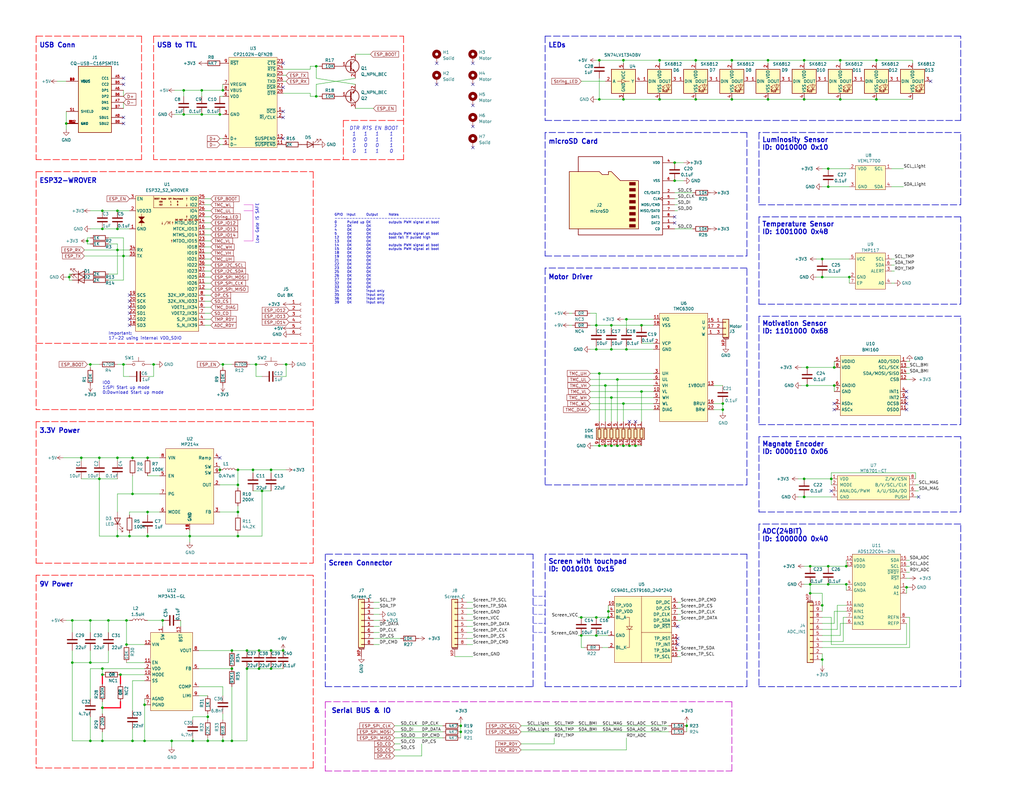
<source format=kicad_sch>
(kicad_sch (version 20211123) (generator eeschema)
  (paper "User" 431.8 339.395)
  (junction (at 304.8 172.72))
  (junction (at 93.98 312.42))
  (junction (at 50.8 284.48))
  (junction (at 29.21 116.84))
  (junction (at 43.18 312.42))
  (junction (at 382.27 247.65))
  (junction (at 87.63 312.42))
  (junction (at 194.31 308.61))
  (junction (at 350.52 201.93))
  (junction (at 49.53 96.52))
  (junction (at 52.07 153.67))
  (junction (at 41.91 201.93))
  (junction (at 100.33 204.47))
  (junction (at 55.88 208.28))
  (junction (at 77.47 38.1))
  (junction (at 38.1 312.42))
  (junction (at 60.96 312.42))
  (junction (at 260.35 187.96))
  (junction (at 36.83 101.6))
  (junction (at 49.53 226.06))
  (junction (at 49.53 193.04))
  (junction (at 346.71 278.13))
  (junction (at 340.36 162.56))
  (junction (at 284.48 68.58))
  (junction (at 252.73 41.91))
  (junction (at 351.79 154.94))
  (junction (at 106.68 198.12))
  (junction (at 64.77 153.67))
  (junction (at 109.22 281.94))
  (junction (at 339.09 41.91))
  (junction (at 284.48 76.2))
  (junction (at 308.61 41.91))
  (junction (at 110.49 207.01))
  (junction (at 260.35 160.02))
  (junction (at 119.38 274.32))
  (junction (at 43.18 96.52))
  (junction (at 346.71 255.27))
  (junction (at 323.85 41.91))
  (junction (at 30.48 279.4))
  (junction (at 87.63 302.26))
  (junction (at 49.53 105.41))
  (junction (at 49.53 88.9))
  (junction (at 97.79 312.42))
  (junction (at 92.71 48.26))
  (junction (at 104.14 274.32))
  (junction (at 252.73 157.48))
  (junction (at 304.8 170.18))
  (junction (at 133.35 27.94))
  (junction (at 38.1 279.4))
  (junction (at 109.22 274.32))
  (junction (at 262.89 25.4))
  (junction (at 278.13 25.4))
  (junction (at 53.34 271.78))
  (junction (at 43.18 88.9))
  (junction (at 256.54 257.81))
  (junction (at 349.25 78.74))
  (junction (at 323.85 25.4))
  (junction (at 354.33 41.91))
  (junction (at 133.35 40.64))
  (junction (at 262.89 170.18))
  (junction (at 252.73 187.96))
  (junction (at 262.89 41.91))
  (junction (at 356.87 246.38))
  (junction (at 257.81 187.96))
  (junction (at 107.95 153.67))
  (junction (at 358.14 116.84))
  (junction (at 41.91 193.04))
  (junction (at 114.3 198.12))
  (junction (at 45.72 261.62))
  (junction (at 93.98 153.67))
  (junction (at 278.13 41.91))
  (junction (at 354.33 25.4))
  (junction (at 251.46 137.16))
  (junction (at 267.97 187.96))
  (junction (at 349.25 246.38))
  (junction (at 30.48 261.62))
  (junction (at 255.27 162.56))
  (junction (at 255.27 187.96))
  (junction (at 43.18 284.48))
  (junction (at 356.87 238.76))
  (junction (at 93.98 38.1))
  (junction (at 257.81 137.16))
  (junction (at 60.96 297.18))
  (junction (at 97.79 281.94))
  (junction (at 308.61 25.4))
  (junction (at 341.63 250.19))
  (junction (at 38.1 153.67))
  (junction (at 369.57 25.4))
  (junction (at 346.71 116.84))
  (junction (at 262.89 187.96))
  (junction (at 270.51 165.1))
  (junction (at 251.46 260.35))
  (junction (at 100.33 215.9))
  (junction (at 339.09 209.55))
  (junction (at 340.36 154.94))
  (junction (at 245.11 267.97))
  (junction (at 80.01 226.06))
  (junction (at 257.81 147.32))
  (junction (at 85.09 38.1))
  (junction (at 54.61 226.06))
  (junction (at 270.51 137.16))
  (junction (at 62.23 193.04))
  (junction (at 77.47 48.26))
  (junction (at 245.11 260.35))
  (junction (at 346.71 109.22))
  (junction (at 351.79 162.56))
  (junction (at 339.09 201.93))
  (junction (at 55.88 312.42))
  (junction (at 120.65 153.67))
  (junction (at 92.71 198.12))
  (junction (at 251.46 267.97))
  (junction (at 43.18 281.94))
  (junction (at 53.34 261.62))
  (junction (at 369.57 41.91))
  (junction (at 100.33 198.12))
  (junction (at 349.25 71.12))
  (junction (at 81.28 312.42))
  (junction (at 62.23 226.06))
  (junction (at 97.79 274.32))
  (junction (at 62.23 215.9))
  (junction (at 293.37 41.91))
  (junction (at 264.16 147.32))
  (junction (at 68.58 261.62))
  (junction (at 256.54 260.35))
  (junction (at 43.18 298.45))
  (junction (at 339.09 25.4))
  (junction (at 341.63 246.38))
  (junction (at 104.14 281.94))
  (junction (at 194.31 306.07))
  (junction (at 252.73 25.4))
  (junction (at 289.56 306.07))
  (junction (at 38.1 261.62))
  (junction (at 100.33 226.06))
  (junction (at 264.16 134.62))
  (junction (at 257.81 167.64))
  (junction (at 114.3 281.94))
  (junction (at 251.46 147.32))
  (junction (at 293.37 25.4))
  (junction (at 27.94 52.07))
  (junction (at 52.07 107.95))
  (junction (at 114.3 274.32))
  (junction (at 72.39 312.42))
  (junction (at 341.63 238.76))
  (junction (at 55.88 193.04))
  (junction (at 265.43 187.96))
  (junction (at 349.25 238.76))
  (junction (at 85.09 48.26))
  (junction (at 34.29 193.04))
  (no_connect (at 285.75 269.24))
  (no_connect (at 285.75 264.16))
  (no_connect (at 351.79 172.72))
  (no_connect (at 351.79 170.18))
  (no_connect (at 119.38 49.53))
  (no_connect (at 92.71 193.04))
  (no_connect (at 119.38 58.42))
  (no_connect (at 184.15 26.67))
  (no_connect (at 184.15 35.56))
  (no_connect (at 199.39 26.67))
  (no_connect (at 199.39 35.56))
  (no_connect (at 199.39 44.45))
  (no_connect (at 199.39 53.34))
  (no_connect (at 119.38 46.99))
  (no_connect (at 392.43 34.29))
  (no_connect (at 387.35 209.55))
  (no_connect (at 54.61 124.46))
  (no_connect (at 54.61 127))
  (no_connect (at 54.61 129.54))
  (no_connect (at 54.61 132.08))
  (no_connect (at 54.61 134.62))
  (no_connect (at 54.61 137.16))
  (no_connect (at 267.97 177.8))
  (no_connect (at 265.43 177.8))
  (no_connect (at 199.39 62.23))
  (no_connect (at 284.48 91.44))
  (no_connect (at 52.07 49.53))
  (no_connect (at 52.07 52.07))
  (no_connect (at 52.07 35.56))
  (no_connect (at 52.07 33.02))
  (no_connect (at 119.38 36.83))
  (no_connect (at 350.52 207.01))
  (no_connect (at 284.48 93.98))
  (no_connect (at 382.27 172.72))
  (no_connect (at 382.27 165.1))
  (no_connect (at 285.75 271.78))
  (no_connect (at 119.38 26.67))
  (no_connect (at 382.27 170.18))
  (no_connect (at 382.27 167.64))
  (wire (pts (xy 54.61 215.9) (xy 62.23 215.9)))
  (polyline (pts (xy 229.87 50.8) (xy 405.13 50.8)) (stroke (width 0.256)))
  (wire (pts (xy 194.31 306.07) (xy 194.31 308.61)))
  (wire (pts (xy 344.17 116.84) (xy 346.71 116.84)))
  (wire (pts (xy 350.52 199.39) (xy 386.08 199.39)))
  (wire (pts (xy 36.83 153.67) (xy 38.1 153.67)))
  (wire (pts (xy 264.16 316.23) (xy 264.16 311.15)))
  (wire (pts (xy 284.48 83.82) (xy 285.75 83.82)))
  (wire (pts (xy 199.39 254) (xy 196.85 254)))
  (wire (pts (xy 43.18 295.91) (xy 43.18 298.45)))
  (wire (pts (xy 278.13 41.91) (xy 293.37 41.91)))
  (wire (pts (xy 256.54 257.81) (xy 256.54 260.35)))
  (wire (pts (xy 341.63 238.76) (xy 349.25 238.76)))
  (wire (pts (xy 41.91 201.93) (xy 41.91 226.06)))
  (wire (pts (xy 257.81 137.16) (xy 270.51 137.16)))
  (wire (pts (xy 62.23 217.17) (xy 62.23 215.9)))
  (polyline (pts (xy 59.69 15.24) (xy 59.69 67.31)) (stroke (width 0.256) (color 255 0 0 1)))
  (wire (pts (xy 93.98 300.99) (xy 93.98 303.53)))
  (wire (pts (xy 358.14 116.84) (xy 358.14 119.38)))
  (wire (pts (xy 60.96 297.18) (xy 60.96 312.42)))
  (polyline (pts (xy 224.79 262.89) (xy 229.87 262.89)))
  (wire (pts (xy 157.48 269.24) (xy 168.91 269.24)))
  (wire (pts (xy 86.36 99.06) (xy 88.9 99.06)))
  (wire (pts (xy 133.35 40.64) (xy 134.62 40.64)))
  (wire (pts (xy 93.98 312.42) (xy 93.98 311.15)))
  (wire (pts (xy 383.54 157.48) (xy 382.27 157.48)))
  (wire (pts (xy 257.81 146.05) (xy 257.81 147.32)))
  (wire (pts (xy 34.29 193.04) (xy 34.29 194.31)))
  (wire (pts (xy 86.36 101.6) (xy 88.9 101.6)))
  (wire (pts (xy 270.51 144.78) (xy 275.59 144.78)))
  (wire (pts (xy 92.71 196.85) (xy 92.71 198.12)))
  (polyline (pts (xy 15.24 15.24) (xy 59.69 15.24)) (stroke (width 0.256) (color 255 0 0 1)))
  (polyline (pts (xy 132.08 177.8) (xy 15.24 177.8)) (stroke (width 0.256) (color 255 0 0 1)))
  (wire (pts (xy 62.23 215.9) (xy 67.31 215.9)))
  (wire (pts (xy 87.63 312.42) (xy 93.98 312.42)))
  (wire (pts (xy 257.81 167.64) (xy 275.59 167.64)))
  (wire (pts (xy 255.27 162.56) (xy 275.59 162.56)))
  (wire (pts (xy 49.53 194.31) (xy 49.53 193.04)))
  (wire (pts (xy 243.84 267.97) (xy 245.11 267.97)))
  (wire (pts (xy 30.48 279.4) (xy 30.48 312.42)))
  (wire (pts (xy 382.27 247.65) (xy 382.27 250.19)))
  (wire (pts (xy 30.48 261.62) (xy 30.48 266.7)))
  (polyline (pts (xy 132.08 237.49) (xy 132.08 177.8)) (stroke (width 0.256) (color 255 0 0 1)))
  (polyline (pts (xy 224.79 255.27) (xy 229.87 255.27)))
  (wire (pts (xy 354.33 267.97) (xy 346.71 267.97)))
  (wire (pts (xy 30.48 115.57) (xy 29.21 115.57)))
  (wire (pts (xy 55.88 312.42) (xy 60.96 312.42)))
  (wire (pts (xy 80.01 228.6) (xy 80.01 226.06)))
  (wire (pts (xy 36.83 100.33) (xy 38.1 100.33)))
  (wire (pts (xy 86.36 93.98) (xy 88.9 93.98)))
  (polyline (pts (xy 229.87 107.95) (xy 314.96 107.95)) (stroke (width 0.256)))
  (wire (pts (xy 340.36 162.56) (xy 351.79 162.56)))
  (wire (pts (xy 262.89 187.96) (xy 265.43 187.96)))
  (wire (pts (xy 293.37 41.91) (xy 308.61 41.91)))
  (wire (pts (xy 375.92 78.74) (xy 381 78.74)))
  (wire (pts (xy 30.48 261.62) (xy 38.1 261.62)))
  (wire (pts (xy 382.27 262.89) (xy 382.27 271.78)))
  (polyline (pts (xy 314.96 204.47) (xy 314.96 113.03)) (stroke (width 0.256)))
  (wire (pts (xy 100.33 226.06) (xy 100.33 224.79)))
  (wire (pts (xy 52.07 158.75) (xy 54.61 158.75)))
  (wire (pts (xy 285.75 276.86) (xy 287.02 276.86)))
  (wire (pts (xy 49.53 88.9) (xy 54.61 88.9)))
  (wire (pts (xy 254 273.05) (xy 256.54 273.05)))
  (wire (pts (xy 130.81 27.94) (xy 133.35 27.94)))
  (wire (pts (xy 130.81 29.21) (xy 130.81 27.94)))
  (wire (pts (xy 81.28 302.26) (xy 87.63 302.26)))
  (polyline (pts (xy 132.08 72.39) (xy 132.08 172.72)) (stroke (width 0.256) (color 255 0 0 1)))
  (wire (pts (xy 257.81 187.96) (xy 260.35 187.96)))
  (wire (pts (xy 248.92 170.18) (xy 262.89 170.18)))
  (wire (pts (xy 120.65 153.67) (xy 121.92 153.67)))
  (wire (pts (xy 356.87 236.22) (xy 356.87 238.76)))
  (wire (pts (xy 86.36 137.16) (xy 88.9 137.16)))
  (polyline (pts (xy 405.13 91.44) (xy 320.04 91.44)) (stroke (width 0.256)))
  (wire (pts (xy 49.53 193.04) (xy 41.91 193.04)))
  (wire (pts (xy 38.1 281.94) (xy 43.18 281.94)))
  (wire (pts (xy 248.92 137.16) (xy 251.46 137.16)))
  (wire (pts (xy 62.23 158.75) (xy 64.77 158.75)))
  (polyline (pts (xy 320.04 215.9) (xy 405.13 215.9)) (stroke (width 0.256)))
  (wire (pts (xy 68.58 261.62) (xy 68.58 264.16)))
  (wire (pts (xy 81.28 312.42) (xy 87.63 312.42)))
  (wire (pts (xy 49.53 153.67) (xy 52.07 153.67)))
  (polyline (pts (xy 15.24 237.49) (xy 132.08 237.49)) (stroke (width 0.256) (color 255 0 0 1)))
  (wire (pts (xy 49.53 105.41) (xy 49.53 115.57)))
  (wire (pts (xy 251.46 147.32) (xy 257.81 147.32)))
  (polyline (pts (xy 15.24 323.85) (xy 132.08 323.85)) (stroke (width 0.256) (color 255 0 0 1)))
  (wire (pts (xy 49.53 208.28) (xy 55.88 208.28)))
  (wire (pts (xy 219.71 316.23) (xy 264.16 316.23)))
  (polyline (pts (xy 170.18 67.31) (xy 64.77 67.31)) (stroke (width 0.256) (color 255 0 0 1)))
  (polyline (pts (xy 224.79 289.56) (xy 224.79 233.68)) (stroke (width 0.256)))
  (wire (pts (xy 83.82 293.37) (xy 87.63 293.37)))
  (wire (pts (xy 346.71 257.81) (xy 346.71 255.27)))
  (wire (pts (xy 243.84 260.35) (xy 245.11 260.35)))
  (wire (pts (xy 50.8 284.48) (xy 50.8 288.29)) (stroke (width 0.5) (color 255 0 31 1)))
  (wire (pts (xy 386.08 207.01) (xy 387.35 207.01)))
  (wire (pts (xy 369.57 41.91) (xy 384.81 41.91)))
  (wire (pts (xy 30.48 118.11) (xy 29.21 118.11)))
  (wire (pts (xy 87.63 312.42) (xy 87.63 311.15)))
  (wire (pts (xy 251.46 146.05) (xy 251.46 147.32)))
  (wire (pts (xy 86.36 132.08) (xy 88.9 132.08)))
  (wire (pts (xy 356.87 255.27) (xy 353.06 255.27)))
  (wire (pts (xy 83.82 274.32) (xy 97.79 274.32)))
  (wire (pts (xy 199.39 266.7) (xy 196.85 266.7)))
  (wire (pts (xy 49.53 96.52) (xy 43.18 96.52)))
  (wire (pts (xy 53.34 261.62) (xy 53.34 271.78)))
  (wire (pts (xy 300.99 162.56) (xy 304.8 162.56)))
  (wire (pts (xy 43.18 281.94) (xy 60.96 281.94)))
  (wire (pts (xy 49.53 215.9) (xy 49.53 208.28)))
  (wire (pts (xy 29.21 118.11) (xy 29.21 116.84)))
  (wire (pts (xy 265.43 187.96) (xy 267.97 187.96)))
  (wire (pts (xy 36.83 102.87) (xy 38.1 102.87)))
  (polyline (pts (xy 320.04 133.35) (xy 320.04 179.07)) (stroke (width 0.256)))
  (wire (pts (xy 110.49 226.06) (xy 100.33 226.06)))
  (wire (pts (xy 323.85 25.4) (xy 323.85 26.67)))
  (wire (pts (xy 337.82 154.94) (xy 340.36 154.94)))
  (polyline (pts (xy 229.87 113.03) (xy 229.87 204.47)) (stroke (width 0.256)))
  (wire (pts (xy 50.8 295.91) (xy 50.8 298.45)) (stroke (width 0.5) (color 255 0 31 1)))
  (wire (pts (xy 341.63 246.38) (xy 349.25 246.38)))
  (wire (pts (xy 194.31 308.61) (xy 194.31 311.15)))
  (wire (pts (xy 267.97 187.96) (xy 270.51 187.96)))
  (wire (pts (xy 67.31 193.04) (xy 62.23 193.04)))
  (wire (pts (xy 119.38 39.37) (xy 130.81 39.37)))
  (wire (pts (xy 104.14 274.32) (xy 109.22 274.32)))
  (polyline (pts (xy 224.79 251.46) (xy 229.87 251.46)))
  (wire (pts (xy 114.3 198.12) (xy 114.3 199.39)))
  (wire (pts (xy 194.31 304.8) (xy 194.31 306.07)))
  (wire (pts (xy 62.23 224.79) (xy 62.23 226.06)))
  (wire (pts (xy 251.46 25.4) (xy 252.73 25.4)))
  (wire (pts (xy 350.52 260.35) (xy 346.71 260.35)))
  (wire (pts (xy 86.36 96.52) (xy 88.9 96.52)))
  (wire (pts (xy 375.92 71.12) (xy 381 71.12)))
  (wire (pts (xy 49.53 102.87) (xy 49.53 105.41)))
  (wire (pts (xy 257.81 167.64) (xy 257.81 177.8)))
  (polyline (pts (xy 308.61 295.91) (xy 137.16 295.91)) (stroke (width 0.256) (color 194 0 194 1)))
  (wire (pts (xy 38.1 279.4) (xy 45.72 279.4)))
  (wire (pts (xy 86.36 104.14) (xy 88.9 104.14)))
  (wire (pts (xy 251.46 267.97) (xy 256.54 267.97)))
  (polyline (pts (xy 405.13 215.9) (xy 405.13 184.15)) (stroke (width 0.256)))
  (wire (pts (xy 41.91 194.31) (xy 41.91 193.04)))
  (polyline (pts (xy 64.77 15.24) (xy 170.18 15.24)) (stroke (width 0.256) (color 255 0 0 1)))
  (wire (pts (xy 86.36 127) (xy 88.9 127)))
  (wire (pts (xy 38.1 96.52) (xy 43.18 96.52)))
  (wire (pts (xy 284.48 88.9) (xy 285.75 88.9)))
  (wire (pts (xy 160.02 261.62) (xy 157.48 261.62)))
  (wire (pts (xy 119.38 31.75) (xy 120.65 31.75)))
  (wire (pts (xy 386.08 204.47) (xy 387.35 204.47)))
  (wire (pts (xy 262.89 170.18) (xy 275.59 170.18)))
  (wire (pts (xy 346.71 275.59) (xy 346.71 278.13)))
  (wire (pts (xy 339.09 238.76) (xy 341.63 238.76)))
  (wire (pts (xy 336.55 209.55) (xy 339.09 209.55)))
  (wire (pts (xy 62.23 193.04) (xy 55.88 193.04)))
  (wire (pts (xy 85.09 38.1) (xy 85.09 40.64)))
  (polyline (pts (xy 224.79 266.7) (xy 229.87 266.7)))
  (wire (pts (xy 382.27 241.3) (xy 383.54 241.3)))
  (wire (pts (xy 100.33 198.12) (xy 106.68 198.12)))
  (polyline (pts (xy 320.04 184.15) (xy 320.04 215.9)) (stroke (width 0.256)))
  (polyline (pts (xy 132.08 323.85) (xy 132.08 242.57)) (stroke (width 0.256) (color 255 0 0 1)))
  (wire (pts (xy 114.3 281.94) (xy 119.38 281.94)))
  (polyline (pts (xy 15.24 242.57) (xy 15.24 323.85)) (stroke (width 0.256) (color 255 0 0 1)))
  (wire (pts (xy 382.27 236.22) (xy 383.54 236.22)))
  (wire (pts (xy 260.35 160.02) (xy 260.35 177.8)))
  (wire (pts (xy 386.08 209.55) (xy 387.35 209.55)))
  (wire (pts (xy 377.19 109.22) (xy 375.92 109.22)))
  (wire (pts (xy 377.19 111.76) (xy 375.92 111.76)))
  (wire (pts (xy 199.39 264.16) (xy 196.85 264.16)))
  (wire (pts (xy 86.36 83.82) (xy 88.9 83.82)))
  (wire (pts (xy 62.23 261.62) (xy 68.58 261.62)))
  (wire (pts (xy 270.51 165.1) (xy 270.51 177.8)))
  (wire (pts (xy 346.71 255.27) (xy 346.71 250.19)))
  (wire (pts (xy 160.02 259.08) (xy 157.48 259.08)))
  (wire (pts (xy 382.27 271.78) (xy 350.52 271.78)))
  (polyline (pts (xy 132.08 242.57) (xy 15.24 242.57)) (stroke (width 0.256) (color 255 0 0 1)))
  (wire (pts (xy 109.22 281.94) (xy 114.3 281.94)))
  (wire (pts (xy 86.36 91.44) (xy 88.9 91.44)))
  (wire (pts (xy 284.48 86.36) (xy 285.75 86.36)))
  (wire (pts (xy 86.36 119.38) (xy 88.9 119.38)))
  (wire (pts (xy 52.07 40.64) (xy 52.07 38.1)))
  (wire (pts (xy 270.51 137.16) (xy 275.59 137.16)))
  (wire (pts (xy 339.09 246.38) (xy 341.63 246.38)))
  (wire (pts (xy 64.77 158.75) (xy 64.77 153.67)))
  (polyline (pts (xy 137.16 325.12) (xy 308.61 325.12)) (stroke (width 0.256) (color 194 0 194 1)))
  (wire (pts (xy 382.27 238.76) (xy 383.54 238.76)))
  (wire (pts (xy 355.6 260.35) (xy 355.6 270.51)))
  (polyline (pts (xy 405.13 50.8) (xy 405.13 15.24)) (stroke (width 0.256)))
  (wire (pts (xy 149.86 45.72) (xy 157.48 45.72)))
  (wire (pts (xy 81.28 303.53) (xy 81.28 302.26)))
  (wire (pts (xy 133.35 35.56) (xy 149.86 33.02)))
  (polyline (pts (xy 320.04 220.98) (xy 320.04 289.56)) (stroke (width 0.256)))
  (wire (pts (xy 114.3 274.32) (xy 119.38 274.32)))
  (wire (pts (xy 351.79 262.89) (xy 346.71 262.89)))
  (wire (pts (xy 252.73 157.48) (xy 252.73 177.8)))
  (wire (pts (xy 52.07 100.33) (xy 52.07 107.95)))
  (wire (pts (xy 86.36 116.84) (xy 88.9 116.84)))
  (wire (pts (xy 86.36 121.92) (xy 88.9 121.92)))
  (wire (pts (xy 110.49 207.01) (xy 110.49 226.06)))
  (wire (pts (xy 199.39 259.08) (xy 196.85 259.08)))
  (wire (pts (xy 285.75 256.54) (xy 287.02 256.54)))
  (wire (pts (xy 383.54 273.05) (xy 346.71 273.05)))
  (wire (pts (xy 36.83 101.6) (xy 36.83 100.33)))
  (wire (pts (xy 81.28 312.42) (xy 72.39 312.42)))
  (wire (pts (xy 356.87 246.38) (xy 356.87 248.92)))
  (wire (pts (xy 289.56 306.07) (xy 289.56 308.61)))
  (wire (pts (xy 351.79 152.4) (xy 351.79 154.94)))
  (wire (pts (xy 245.11 260.35) (xy 251.46 260.35)))
  (polyline (pts (xy 229.87 15.24) (xy 229.87 50.8)) (stroke (width 0.256)))
  (wire (pts (xy 92.71 48.26) (xy 93.98 48.26)))
  (wire (pts (xy 245.11 267.97) (xy 251.46 267.97)))
  (wire (pts (xy 336.55 201.93) (xy 339.09 201.93)))
  (wire (pts (xy 166.37 318.77) (xy 177.8 318.77)))
  (wire (pts (xy 27.94 52.07) (xy 27.94 54.61)))
  (wire (pts (xy 120.65 158.75) (xy 120.65 153.67)))
  (wire (pts (xy 252.73 187.96) (xy 255.27 187.96)))
  (wire (pts (xy 246.38 273.05) (xy 245.11 273.05)))
  (wire (pts (xy 255.27 162.56) (xy 255.27 177.8)))
  (polyline (pts (xy 405.13 184.15) (xy 320.04 184.15)) (stroke (width 0.256)))
  (wire (pts (xy 264.16 134.62) (xy 275.59 134.62)))
  (wire (pts (xy 86.36 134.62) (xy 88.9 134.62)))
  (wire (pts (xy 264.16 146.05) (xy 264.16 147.32)))
  (wire (pts (xy 119.38 153.67) (xy 120.65 153.67)))
  (polyline (pts (xy 137.16 295.91) (xy 137.16 325.12)) (stroke (width 0.256) (color 194 0 194 1)))
  (wire (pts (xy 262.89 25.4) (xy 262.89 26.67)))
  (polyline (pts (xy 15.24 72.39) (xy 132.08 72.39)) (stroke (width 0.256) (color 255 0 0 1)))
  (wire (pts (xy 30.48 312.42) (xy 38.1 312.42)))
  (wire (pts (xy 219.71 306.07) (xy 281.94 306.07)))
  (wire (pts (xy 119.38 34.29) (xy 120.65 34.29)))
  (wire (pts (xy 83.82 289.56) (xy 93.98 289.56)))
  (wire (pts (xy 38.1 281.94) (xy 38.1 294.64)))
  (polyline (pts (xy 320.04 179.07) (xy 405.13 179.07)) (stroke (width 0.256)))
  (wire (pts (xy 93.98 289.56) (xy 93.98 293.37)))
  (polyline (pts (xy 170.18 50.8) (xy 144.78 50.8)) (stroke (width 0.256) (color 255 0 0 1)))
  (wire (pts (xy 369.57 25.4) (xy 384.81 25.4)))
  (wire (pts (xy 323.85 25.4) (xy 339.09 25.4)))
  (wire (pts (xy 160.02 254) (xy 157.48 254)))
  (wire (pts (xy 38.1 88.9) (xy 43.18 88.9)))
  (wire (pts (xy 93.98 154.94) (xy 93.98 153.67)))
  (wire (pts (xy 350.52 201.93) (xy 350.52 204.47)))
  (polyline (pts (xy 137.16 233.68) (xy 137.16 289.56)) (stroke (width 0.256)))
  (wire (pts (xy 245.11 34.29) (xy 255.27 34.29)))
  (wire (pts (xy 248.92 147.32) (xy 251.46 147.32)))
  (wire (pts (xy 257.81 138.43) (xy 257.81 137.16)))
  (wire (pts (xy 245.11 267.97) (xy 245.11 273.05)))
  (wire (pts (xy 43.18 298.45) (xy 43.18 300.99)))
  (wire (pts (xy 349.25 78.74) (xy 358.14 78.74)))
  (wire (pts (xy 160.02 271.78) (xy 157.48 271.78)))
  (wire (pts (xy 382.27 260.35) (xy 383.54 260.35)))
  (wire (pts (xy 257.81 147.32) (xy 264.16 147.32)))
  (polyline (pts (xy 224.79 259.08) (xy 229.87 259.08)))
  (wire (pts (xy 346.71 78.74) (xy 349.25 78.74)))
  (wire (pts (xy 86.36 124.46) (xy 88.9 124.46)))
  (wire (pts (xy 36.83 102.87) (xy 36.83 101.6)))
  (wire (pts (xy 356.87 260.35) (xy 355.6 260.35)))
  (wire (pts (xy 375.92 114.3) (xy 377.19 114.3)))
  (wire (pts (xy 308.61 25.4) (xy 323.85 25.4)))
  (wire (pts (xy 41.91 193.04) (xy 34.29 193.04)))
  (wire (pts (xy 356.87 257.81) (xy 351.79 257.81)))
  (wire (pts (xy 38.1 312.42) (xy 43.18 312.42)))
  (wire (pts (xy 92.71 198.12) (xy 92.71 199.39)))
  (wire (pts (xy 27.94 46.99) (xy 27.94 52.07)))
  (polyline (pts (xy 308.61 325.12) (xy 308.61 295.91)) (stroke (width 0.256) (color 194 0 194 1)))
  (wire (pts (xy 251.46 137.16) (xy 257.81 137.16)))
  (wire (pts (xy 118.11 158.75) (xy 120.65 158.75)))
  (wire (pts (xy 104.14 281.94) (xy 104.14 312.42)))
  (wire (pts (xy 293.37 25.4) (xy 308.61 25.4)))
  (wire (pts (xy 119.38 29.21) (xy 130.81 29.21)))
  (wire (pts (xy 54.61 226.06) (xy 62.23 226.06)))
  (wire (pts (xy 29.21 116.84) (xy 27.94 116.84)))
  (wire (pts (xy 86.36 86.36) (xy 88.9 86.36)))
  (wire (pts (xy 248.92 160.02) (xy 260.35 160.02)))
  (wire (pts (xy 97.79 289.56) (xy 97.79 312.42)))
  (wire (pts (xy 55.88 208.28) (xy 67.31 208.28)))
  (wire (pts (xy 55.88 287.02) (xy 55.88 299.72)))
  (wire (pts (xy 252.73 33.02) (xy 252.73 41.91)))
  (wire (pts (xy 339.09 41.91) (xy 354.33 41.91)))
  (wire (pts (xy 255.27 187.96) (xy 257.81 187.96)))
  (wire (pts (xy 270.51 165.1) (xy 275.59 165.1)))
  (wire (pts (xy 55.88 200.66) (xy 55.88 208.28)))
  (wire (pts (xy 107.95 153.67) (xy 107.95 158.75)))
  (wire (pts (xy 350.52 201.93) (xy 350.52 199.39)))
  (wire (pts (xy 356.87 262.89) (xy 354.33 262.89)))
  (wire (pts (xy 41.91 201.93) (xy 49.53 201.93)))
  (wire (pts (xy 248.92 157.48) (xy 252.73 157.48)))
  (wire (pts (xy 26.67 193.04) (xy 34.29 193.04)))
  (polyline (pts (xy 405.13 179.07) (xy 405.13 133.35)) (stroke (width 0.256)))
  (wire (pts (xy 38.1 153.67) (xy 41.91 153.67)))
  (wire (pts (xy 43.18 88.9) (xy 49.53 88.9)))
  (wire (pts (xy 85.09 48.26) (xy 92.71 48.26)))
  (polyline (pts (xy 320.04 55.88) (xy 320.04 86.36)) (stroke (width 0.256)))
  (polyline (pts (xy 102.87 86.36) (xy 106.68 86.36)) (stroke (width 0) (type solid) (color 206 21 196 1)))
  (polyline (pts (xy 102.87 88.9) (xy 106.68 88.9)) (stroke (width 0) (type solid) (color 206 21 196 1)))
  (polyline (pts (xy 320.04 289.56) (xy 405.13 289.56)) (stroke (width 0.256)))
  (wire (pts (xy 83.82 281.94) (xy 97.79 281.94)))
  (wire (pts (xy 81.28 311.15) (xy 81.28 312.42)))
  (wire (pts (xy 354.33 25.4) (xy 369.57 25.4)))
  (polyline (pts (xy 320.04 91.44) (xy 320.04 128.27)) (stroke (width 0.256)))
  (wire (pts (xy 349.25 71.12) (xy 358.14 71.12)))
  (wire (pts (xy 383.54 260.35) (xy 383.54 273.05)))
  (wire (pts (xy 278.13 25.4) (xy 278.13 26.67)))
  (wire (pts (xy 252.73 157.48) (xy 275.59 157.48)))
  (wire (pts (xy 166.37 311.15) (xy 186.69 311.15)))
  (wire (pts (xy 54.61 215.9) (xy 54.61 217.17)))
  (polyline (pts (xy 405.13 133.35) (xy 320.04 133.35)) (stroke (width 0.256)))
  (wire (pts (xy 260.35 160.02) (xy 275.59 160.02)))
  (wire (pts (xy 240.03 137.16) (xy 241.3 137.16)))
  (wire (pts (xy 353.06 255.27) (xy 353.06 265.43)))
  (wire (pts (xy 49.53 105.41) (xy 54.61 105.41)))
  (polyline (pts (xy 15.24 15.24) (xy 15.24 67.31)) (stroke (width 0.256) (color 255 0 0 1)))
  (wire (pts (xy 86.36 111.76) (xy 88.9 111.76)))
  (wire (pts (xy 60.96 312.42) (xy 72.39 312.42)))
  (polyline (pts (xy 229.87 233.68) (xy 229.87 289.56)) (stroke (width 0.256)))
  (wire (pts (xy 97.79 312.42) (xy 93.98 312.42)))
  (wire (pts (xy 92.71 58.42) (xy 93.98 58.42)))
  (polyline (pts (xy 320.04 128.27) (xy 405.13 128.27)) (stroke (width 0.256)))
  (polyline (pts (xy 144.78 50.8) (xy 144.78 67.31)) (stroke (width 0.256) (color 255 0 0 1)))
  (polyline (pts (xy 229.87 55.88) (xy 229.87 107.95)) (stroke (width 0.256)))
  (wire (pts (xy 49.53 115.57) (xy 45.72 115.57)))
  (wire (pts (xy 354.33 262.89) (xy 354.33 267.97)))
  (polyline (pts (xy 64.77 15.24) (xy 64.77 67.31)) (stroke (width 0.256) (color 255 0 0 1)))
  (wire (pts (xy 293.37 25.4) (xy 293.37 26.67)))
  (wire (pts (xy 346.71 109.22) (xy 358.14 109.22)))
  (wire (pts (xy 383.54 154.94) (xy 382.27 154.94)))
  (wire (pts (xy 92.71 215.9) (xy 100.33 215.9)))
  (wire (pts (xy 289.56 304.8) (xy 289.56 306.07)))
  (wire (pts (xy 346.71 71.12) (xy 349.25 71.12)))
  (wire (pts (xy 52.07 107.95) (xy 52.07 118.11)))
  (polyline (pts (xy 314.96 233.68) (xy 229.87 233.68)) (stroke (width 0.256)))
  (wire (pts (xy 62.23 200.66) (xy 67.31 200.66)))
  (wire (pts (xy 60.96 284.48) (xy 50.8 284.48)))
  (wire (pts (xy 262.89 41.91) (xy 278.13 41.91)))
  (wire (pts (xy 177.8 318.77) (xy 177.8 313.69)))
  (polyline (pts (xy 15.24 72.39) (xy 15.24 172.72)) (stroke (width 0.256) (color 255 0 0 1)))
  (wire (pts (xy 337.82 162.56) (xy 340.36 162.56)))
  (polyline (pts (xy 405.13 86.36) (xy 405.13 55.88)) (stroke (width 0.256)))
  (wire (pts (xy 45.72 261.62) (xy 53.34 261.62)))
  (wire (pts (xy 92.71 204.47) (xy 100.33 204.47)))
  (wire (pts (xy 53.34 261.62) (xy 54.61 261.62)))
  (wire (pts (xy 351.79 162.56) (xy 351.79 165.1)))
  (wire (pts (xy 105.41 153.67) (xy 107.95 153.67)))
  (wire (pts (xy 308.61 41.91) (xy 323.85 41.91)))
  (polyline (pts (xy 102.87 101.6) (xy 106.68 101.6)) (stroke (width 0) (type solid) (color 206 21 196 1)))
  (wire (pts (xy 264.16 147.32) (xy 275.59 147.32)))
  (wire (pts (xy 288.29 68.58) (xy 284.48 68.58)))
  (polyline (pts (xy 15.24 177.8) (xy 15.24 237.49)) (stroke (width 0.256) (color 255 0 0 1)))
  (wire (pts (xy 278.13 25.4) (xy 293.37 25.4)))
  (wire (pts (xy 251.46 138.43) (xy 251.46 137.16)))
  (wire (pts (xy 251.46 132.08) (xy 251.46 137.16)))
  (wire (pts (xy 219.71 308.61) (xy 281.94 308.61)))
  (polyline (pts (xy 170.18 15.24) (xy 170.18 67.31)) (stroke (width 0.256) (color 255 0 0 1)))
  (wire (pts (xy 375.92 119.38) (xy 377.19 119.38)))
  (wire (pts (xy 300.99 172.72) (xy 304.8 172.72)))
  (wire (pts (xy 35.56 105.41) (xy 49.53 105.41)))
  (wire (pts (xy 262.89 170.18) (xy 262.89 177.8)))
  (polyline (pts (xy 405.13 15.24) (xy 229.87 15.24)) (stroke (width 0.256)))
  (wire (pts (xy 86.36 88.9) (xy 88.9 88.9)))
  (wire (pts (xy 52.07 153.67) (xy 52.07 158.75)))
  (wire (pts (xy 382.27 247.65) (xy 383.54 247.65)))
  (wire (pts (xy 38.1 154.94) (xy 38.1 153.67)))
  (wire (pts (xy 349.25 238.76) (xy 356.87 238.76)))
  (polyline (pts (xy 405.13 289.56) (xy 405.13 220.98)) (stroke (width 0.256)))
  (wire (pts (xy 199.39 269.24) (xy 196.85 269.24)))
  (wire (pts (xy 341.63 246.38) (xy 341.63 250.19)))
  (wire (pts (xy 76.2 261.62) (xy 76.2 264.16)))
  (wire (pts (xy 52.07 118.11) (xy 45.72 118.11)))
  (wire (pts (xy 346.71 250.19) (xy 341.63 250.19)))
  (wire (pts (xy 256.54 255.27) (xy 256.54 257.81)))
  (wire (pts (xy 166.37 316.23) (xy 168.91 316.23)))
  (wire (pts (xy 248.92 132.08) (xy 251.46 132.08)))
  (polyline (pts (xy 405.13 220.98) (xy 320.04 220.98)) (stroke (width 0.256)))
  (wire (pts (xy 369.57 25.4) (xy 369.57 26.67)))
  (wire (pts (xy 353.06 265.43) (xy 346.71 265.43)))
  (wire (pts (xy 104.14 312.42) (xy 97.79 312.42)))
  (wire (pts (xy 346.71 280.67) (xy 346.71 278.13)))
  (wire (pts (xy 130.81 39.37) (xy 130.81 40.64)))
  (wire (pts (xy 45.72 102.87) (xy 49.53 102.87)))
  (wire (pts (xy 53.34 279.4) (xy 60.96 279.4)))
  (wire (pts (xy 73.66 38.1) (xy 77.47 38.1)))
  (polyline (pts (xy 106.68 101.6) (xy 106.68 86.36)) (stroke (width 0) (type solid) (color 206 21 196 1)))
  (wire (pts (xy 351.79 257.81) (xy 351.79 262.89)))
  (wire (pts (xy 240.03 132.08) (xy 241.3 132.08)))
  (wire (pts (xy 160.02 264.16) (xy 157.48 264.16)))
  (wire (pts (xy 344.17 109.22) (xy 346.71 109.22)))
  (polyline (pts (xy 320.04 86.36) (xy 405.13 86.36)) (stroke (width 0.256)))
  (polyline (pts (xy 229.87 289.56) (xy 314.96 289.56)) (stroke (width 0.256)))
  (wire (pts (xy 45.72 100.33) (xy 52.07 100.33)))
  (wire (pts (xy 49.53 193.04) (xy 55.88 193.04)))
  (wire (pts (xy 339.09 209.55) (xy 350.52 209.55)))
  (wire (pts (xy 149.86 22.86) (xy 156.21 22.86)))
  (wire (pts (xy 339.09 25.4) (xy 339.09 26.67)))
  (wire (pts (xy 384.81 26.67) (xy 384.81 25.4)))
  (wire (pts (xy 355.6 270.51) (xy 346.71 270.51)))
  (wire (pts (xy 100.33 204.47) (xy 100.33 205.74)))
  (wire (pts (xy 383.54 152.4) (xy 382.27 152.4)))
  (wire (pts (xy 100.33 215.9) (xy 100.33 217.17)))
  (wire (pts (xy 38.1 261.62) (xy 45.72 261.62)))
  (wire (pts (xy 133.35 33.02) (xy 133.35 27.94)))
  (wire (pts (xy 199.39 261.62) (xy 196.85 261.62)))
  (wire (pts (xy 285.75 261.62) (xy 287.02 261.62)))
  (wire (pts (xy 250.19 187.96) (xy 252.73 187.96)))
  (wire (pts (xy 248.92 172.72) (xy 275.59 172.72)))
  (wire (pts (xy 354.33 25.4) (xy 354.33 26.67)))
  (wire (pts (xy 63.5 153.67) (xy 64.77 153.67)))
  (wire (pts (xy 199.39 256.54) (xy 196.85 256.54)))
  (polyline (pts (xy 229.87 204.47) (xy 314.96 204.47)) (stroke (width 0.256)))
  (wire (pts (xy 87.63 302.26) (xy 87.63 300.99)))
  (wire (pts (xy 86.36 114.3) (xy 88.9 114.3)))
  (wire (pts (xy 45.72 261.62) (xy 45.72 266.7)))
  (wire (pts (xy 49.53 226.06) (xy 54.61 226.06)))
  (wire (pts (xy 248.92 162.56) (xy 255.27 162.56)))
  (wire (pts (xy 24.13 34.29) (xy 27.94 34.29)))
  (wire (pts (xy 86.36 129.54) (xy 88.9 129.54)))
  (wire (pts (xy 248.92 167.64) (xy 257.81 167.64)))
  (wire (pts (xy 262.89 134.62) (xy 264.16 134.62)))
  (wire (pts (xy 382.27 243.84) (xy 383.54 243.84)))
  (wire (pts (xy 288.29 76.2) (xy 284.48 76.2)))
  (polyline (pts (xy 314.96 107.95) (xy 314.96 55.88)) (stroke (width 0.256)))
  (wire (pts (xy 77.47 38.1) (xy 85.09 38.1)))
  (wire (pts (xy 52.07 45.72) (xy 52.07 43.18)))
  (wire (pts (xy 300.99 170.18) (xy 304.8 170.18)))
  (wire (pts (xy 86.36 109.22) (xy 88.9 109.22)))
  (wire (pts (xy 383.54 160.02) (xy 382.27 160.02)))
  (wire (pts (xy 354.33 41.91) (xy 369.57 41.91)))
  (wire (pts (xy 262.89 25.4) (xy 278.13 25.4)))
  (wire (pts (xy 107.95 153.67) (xy 109.22 153.67)))
  (wire (pts (xy 64.77 153.67) (xy 66.04 153.67)))
  (wire (pts (xy 285.75 274.32) (xy 287.02 274.32)))
  (polyline (pts (xy 405.13 128.27) (xy 405.13 91.44)) (stroke (width 0.256)))
  (wire (pts (xy 199.39 271.78) (xy 196.85 271.78)))
  (wire (pts (xy 72.39 312.42) (xy 72.39 314.96)))
  (wire (pts (xy 323.85 41.91) (xy 339.09 41.91)))
  (wire (pts (xy 340.36 154.94) (xy 351.79 154.94)))
  (wire (pts (xy 97.79 274.32) (xy 104.14 274.32)))
  (wire (pts (xy 106.68 199.39) (xy 106.68 198.12)))
  (polyline (pts (xy 15.24 144.78) (xy 132.08 144.78)) (stroke (width 0.256) (color 255 0 0 1)))
  (wire (pts (xy 264.16 134.62) (xy 264.16 138.43)))
  (wire (pts (xy 130.81 40.64) (xy 133.35 40.64)))
  (polyline (pts (xy 132.08 172.72) (xy 15.24 172.72)) (stroke (width 0.256) (color 255 0 0 1)))
  (wire (pts (xy 100.33 198.12) (xy 100.33 204.47)))
  (wire (pts (xy 160.02 266.7) (xy 157.48 266.7)))
  (wire (pts (xy 73.66 48.26) (xy 77.47 48.26)))
  (wire (pts (xy 304.8 172.72) (xy 304.8 173.99)))
  (wire (pts (xy 346.71 116.84) (xy 358.14 116.84)))
  (wire (pts (xy 30.48 279.4) (xy 38.1 279.4)))
  (wire (pts (xy 92.71 60.96) (xy 93.98 60.96)))
  (wire (pts (xy 350.52 271.78) (xy 350.52 260.35)))
  (wire (pts (xy 233.68 311.15) (xy 233.68 313.69)))
  (wire (pts (xy 219.71 313.69) (xy 233.68 313.69)))
  (wire (pts (xy 166.37 313.69) (xy 168.91 313.69)))
  (wire (pts (xy 285.75 254) (xy 287.02 254)))
  (wire (pts (xy 114.3 207.01) (xy 110.49 207.01)))
  (wire (pts (xy 86.36 106.68) (xy 88.9 106.68)))
  (wire (pts (xy 251.46 41.91) (xy 252.73 41.91)))
  (wire (pts (xy 43.18 284.48) (xy 43.18 288.29)) (stroke (width 0.5) (color 255 0 31 1)))
  (wire (pts (xy 60.96 294.64) (xy 60.96 297.18)))
  (wire (pts (xy 53.34 271.78) (xy 60.96 271.78)))
  (wire (pts (xy 252.73 25.4) (xy 262.89 25.4)))
  (wire (pts (xy 133.35 27.94) (xy 134.62 27.94)))
  (polyline (pts (xy 405.13 55.88) (xy 320.04 55.88)) (stroke (width 0.256)))
  (wire (pts (xy 260.35 187.96) (xy 262.89 187.96)))
  (wire (pts (xy 92.71 40.64) (xy 93.98 40.64)))
  (wire (pts (xy 157.48 256.54) (xy 160.02 256.54)))
  (wire (pts (xy 30.48 274.32) (xy 30.48 279.4)))
  (wire (pts (xy 55.88 287.02) (xy 60.96 287.02)))
  (polyline (pts (xy 314.96 55.88) (xy 229.87 55.88)) (stroke (width 0.256)))
  (wire (pts (xy 248.92 165.1) (xy 270.51 165.1)))
  (wire (pts (xy 93.98 38.1) (xy 93.98 35.56)))
  (wire (pts (xy 339.09 25.4) (xy 354.33 25.4)))
  (wire (pts (xy 43.18 308.61) (xy 43.18 312.42)))
  (wire (pts (xy 49.53 223.52) (xy 49.53 226.06)))
  (wire (pts (xy 43.18 312.42) (xy 55.88 312.42)))
  (wire (pts (xy 80.01 223.52) (xy 80.01 226.06)))
  (wire (pts (xy 38.1 274.32) (xy 38.1 279.4)))
  (wire (pts (xy 77.47 38.1) (xy 77.47 40.64)))
  (wire (pts (xy 54.61 96.52) (xy 49.53 96.52)))
  (wire (pts (xy 110.49 207.01) (xy 106.68 207.01)))
  (wire (pts (xy 38.1 261.62) (xy 38.1 266.7)))
  (polyline (pts (xy 314.96 289.56) (xy 314.96 233.68)) (stroke (width 0.256)))
  (wire (pts (xy 106.68 198.12) (xy 114.3 198.12)))
  (wire (pts (xy 50.8 298.45) (xy 43.18 298.45)) (stroke (width 0.5) (color 255 0 31 1)))
  (polyline (pts (xy 137.16 289.56) (xy 224.79 289.56)) (stroke (width 0.256)))
  (wire (pts (xy 27.94 261.62) (xy 30.48 261.62)))
  (wire (pts (xy 45.72 274.32) (xy 45.72 279.4)))
  (wire (pts (xy 304.8 170.18) (xy 304.8 172.72)))
  (polyline (pts (xy 224.79 233.68) (xy 137.16 233.68)) (stroke (width 0.256)))
  (wire (pts (xy 55.88 307.34) (xy 55.88 312.42)))
  (wire (pts (xy 166.37 306.07) (xy 186.69 306.07)))
  (wire (pts (xy 85.09 38.1) (xy 93.98 38.1)))
  (wire (pts (xy 104.14 281.94) (xy 109.22 281.94)))
  (wire (pts (xy 133.35 40.64) (xy 133.35 35.56)))
  (wire (pts (xy 308.61 25.4) (xy 308.61 26.67)))
  (wire (pts (xy 284.48 81.28) (xy 292.1 81.28)))
  (wire (pts (xy 191.77 276.86) (xy 199.39 276.86)))
  (wire (pts (xy 80.01 226.06) (xy 100.33 226.06)))
  (wire (pts (xy 166.37 308.61) (xy 186.69 308.61)))
  (wire (pts (xy 93.98 153.67) (xy 97.79 153.67)))
  (wire (pts (xy 77.47 48.26) (xy 85.09 48.26)))
  (wire (pts (xy 52.07 107.95) (xy 54.61 107.95)))
  (polyline (pts (xy 314.96 113.03) (xy 229.87 113.03)) (stroke (width 0.256)))
  (wire (pts (xy 41.91 201.93) (xy 34.29 201.93)))
  (wire (pts (xy 285.75 259.08) (xy 287.02 259.08)))
  (wire (pts (xy 114.3 198.12) (xy 120.65 198.12)))
  (wire (pts (xy 107.95 158.75) (xy 110.49 158.75)))
  (wire (pts (xy 339.09 201.93) (xy 350.52 201.93)))
  (wire (pts (xy 43.18 281.94) (xy 43.18 284.48)))
  (wire (pts (xy 109.22 274.32) (xy 114.3 274.32)))
  (wire (pts (xy 252.73 41.91) (xy 262.89 41.91)))
  (wire (pts (xy 251.46 260.35) (xy 256.54 260.35)))
  (wire (pts (xy 52.07 153.67) (xy 53.34 153.67)))
  (wire (pts (xy 38.1 302.26) (xy 38.1 312.42)))
  (wire (pts (xy 92.71 153.67) (xy 93.98 153.67)))
  (polyline (pts (xy 59.69 67.31) (xy 15.24 67.31)) (stroke (width 0.256) (color 255 0 0 1)))
  (wire (pts (xy 87.63 303.53) (xy 87.63 302.26)))
  (wire (pts (xy 35.56 107.95) (xy 52.07 107.95)))
  (wire (pts (xy 62.23 226.06) (xy 80.01 226.06)))
  (wire (pts (xy 54.61 224.79) (xy 54.61 226.06)))
  (wire (pts (xy 284.48 96.52) (xy 292.1 96.52)))
  (wire (pts (xy 133.35 33.02) (xy 149.86 35.56)))
  (wire (pts (xy 49.53 226.06) (xy 41.91 226.06)))
  (wire (pts (xy 29.21 115.57) (xy 29.21 116.84)))
  (wire (pts (xy 100.33 215.9) (xy 100.33 213.36)))
  (wire (pts (xy 386.08 199.39) (xy 386.08 201.93)))
  (wire (pts (xy 349.25 246.38) (xy 356.87 246.38)))
  (text "Magnate Encoder\nID: 0000110 0x06" (at 321.31 191.77 0) (effects (font (size 2 2) (thickness 0.4) bold) (justify left bottom)))
  (text "Screen with touchpad\nID: 0010101 0x15" (at 231.14 241.3 0) (effects (font (size 2 2) (thickness 0.4) bold) (justify left bottom)))
  (text "microSD Card" (at 231.14 60.96 0) (effects (font (size 2 2) (thickness 0.4) bold) (justify left bottom)))
  (text "GPIO  Input      Output      Notes\n------------------------------------\n0	  Pulled up OK	    outputs PWM signal at boot\n2	  OK        OK\n4	  OK        OK	\n5	  OK        OK	    outputs PWM signal at boot\n12	  OK        OK	    boot fail if pulled high\n13	  OK        OK	\n14	  OK        OK	    outputs PWM signal at boot\n15	  OK        OK	    outputs PWM signal at boot\n18	  OK        OK	\n19	  OK        OK	\n21	  OK        OK	\n22	  OK        OK	\n23	  OK        OK	\n25	  OK        OK	\n26	  OK        OK	\n27	  OK        OK	\n32	  OK        OK	\n33	  OK        OK	\n34	  OK        input only\n35	  OK        input only\n36	  OK        input only\n39	  OK        input only" (at 140.97 128.27 0) (effects (font (size 1 1)) (justify left bottom)))
  (text "Motor Driver" (at 231.14 118.11 0) (effects (font (size 2 2) (thickness 0.4) bold) (justify left bottom)))
  (text "3.3V Power" (at 16.51 182.88 0) (effects (font (size 2 2) (thickness 0.4) bold) (justify left bottom)))
  (text "ESP32-WROVER" (at 16.51 77.47 0) (effects (font (size 2 2) (thickness 0.4) bold) (justify left bottom)))
  (text "Serial BUS & IO" (at 139.7 300.99 0) (effects (font (size 2 2) (thickness 0.4) bold) (justify left bottom)))
  (text "Temperature Sensor\nID: 1001000 0x48" (at 321.31 99.06 0) (effects (font (size 2 2) (thickness 0.4) bold) (justify left bottom)))
  (text "USB to TTL" (at 66.04 20.32 0) (effects (font (size 2 2) (thickness 0.4) bold) (justify left bottom)))
  (text "9V Power" (at 16.51 247.65 0) (effects (font (size 2 2) (thickness 0.4) bold) (justify left bottom)))
  (text "Luminosity Sensor\nID: 0010000 0x10" (at 321.31 63.5 0) (effects (font (size 2 2) (thickness 0.4) bold) (justify left bottom)))
  (text "Motivation Sensor\nID: 1101000 0x68" (at 321.31 140.97 0) (effects (font (size 2 2) (thickness 0.4) bold) (justify left bottom)))
  (text "IO0\n1:SPI Start up mode\n0:Download Start up mode" (at 43.18 166.37 0) (effects (font (size 1.27 1.27)) (justify left bottom)))
  (text "USB Conn" (at 16.51 20.32 0) (effects (font (size 2 2) (thickness 0.4) bold) (justify left bottom)))
  (text "DTR RTS EN BOOT\n 1   1   1    1\n 0   0   1    1\n 1   0   0    1\n 0   1   1    0" (at 147.32 64.77 0) (effects (font (size 1.5 1.5) italic) (justify left bottom)))
  (text "LEDs" (at 231.14 20.32 0) (effects (font (size 2 2) (thickness 0.4) bold) (justify left bottom)))
  (text "Important: \n17-22 using internal VDD_SDIO" (at 45.72 143.51 0) (effects (font (size 1.27 1.27)) (justify left bottom)))
  (text "Screen Connector" (at 138.43 238.76 0) (effects (font (size 2 2) (thickness 0.4) bold) (justify left bottom)))
  (text "ADC(24BIT)\nID: 1000000 0x40" (at 321.31 228.6 0) (effects (font (size 2 2) (thickness 0.4) bold) (justify left bottom)))
  (text "Low Gate IS SAFE" (at 109.22 102.87 90) (effects (font (size 1.27 1.27)) (justify left bottom)))
  (label "DP_CLK" (at 160.02 266.7 0))
  (label "SDA_TMP" (at 233.68 308.61 0))
  (label "Screen_DP_CS" (at 199.39 269.24 0))
  (label "SD_CS" (at 285.75 81.28 0))
  (label "Screen_GND" (at 243.84 267.97 180))
  (label "Screen_DP_CLK" (at 199.39 266.7 0))
  (label "SCL_TMP" (at 377.19 109.22 0))
  (label "Screen_GND" (at 199.39 276.86 0))
  (label "SDA_BMI" (at 243.84 308.61 0))
  (label "SDA_ADC" (at 383.54 236.22 0))
  (label "RDY_ADC" (at 264.16 311.15 0))
  (label "SD_DO" (at 285.75 88.9 0))
  (label "DP_DATA" (at 177.8 308.61 0))
  (label "Screen_DP_DATA" (at 287.02 261.62 0))
  (label "SCL_Light" (at 222.25 306.07 0))
  (label "Screen_TP_SCL" (at 287.02 276.86 0))
  (label "SD_CLK" (at 285.75 83.82 0))
  (label "SDA_BMI" (at 383.54 157.48 0))
  (label "DP_CS" (at 160.02 269.24 0))
  (label "SD_CD" (at 168.91 313.69 0))
  (label "Screen_TP_SDA" (at 287.02 274.32 0))
  (label "DP_DATA" (at 160.02 264.16 0))
  (label "Screen_DP_CMD" (at 287.02 254 0))
  (label "SCL_BMI" (at 383.54 154.94 0))
  (label "SD_DO" (at 168.91 311.15 0))
  (label "Screen_DP_CLK" (at 287.02 259.08 0))
  (label "SDA_TMP" (at 377.19 111.76 0))
  (label "Screen_GND" (at 199.39 259.08 0))
  (label "Screen_TP_SCL" (at 199.39 254 0))
  (label "SCL_MAG" (at 387.35 204.47 0))
  (label "Screen_DP_CS" (at 287.02 256.54 0))
  (label "DP_CS" (at 177.8 313.69 0))
  (label "SD_CLK" (at 168.91 306.07 0))
  (label "SD_CD" (at 285.75 96.52 0))
  (label "RDY_TMP" (at 233.68 311.15 0))
  (label "RDY_TMP" (at 377.19 114.3 0))
  (label "SDA_MAG" (at 254 308.61 0))
  (label "SD_DI" (at 285.75 86.36 0))
  (label "RDY_ADC" (at 383.54 241.3 0))
  (label "DP_CLK" (at 177.8 306.07 0))
  (label "SDA_ADC" (at 264.16 308.61 0))
  (label "SDA_Light" (at 222.25 308.61 0))
  (label "Screen_DP_DATA" (at 199.39 264.16 0))
  (label "SCL_BMI" (at 243.84 306.07 0))
  (label "SDA_TP" (at 160.02 256.54 0))
  (label "SDA_TP" (at 274.32 308.61 0))
  (label "Screen_DP_CMD" (at 199.39 271.78 0))
  (label "Screen_VCC" (at 199.39 261.62 0))
  (label "Screen_TP_SDA" (at 199.39 256.54 0))
  (label "SCL_TP" (at 160.02 254 0))
  (label "SD_CS" (at 168.91 316.23 0))
  (label "SD_DI" (at 168.91 308.61 0))
  (label "Screen_VCC" (at 243.84 260.35 180))
  (label "SCL_Light" (at 381 71.12 0))
  (label "SDA_MAG" (at 387.35 207.01 0))
  (label "SCL_TP" (at 274.32 306.07 0))
  (label "DP_CMD" (at 177.8 311.15 0))
  (label "SCL_TMP" (at 233.68 306.07 0))
  (label "SCL_ADC" (at 383.54 238.76 0))
  (label "SDA_Light" (at 381 78.74 0))
  (label "SCL_ADC" (at 264.16 306.07 0))
  (label "DP_CMD" (at 160.02 271.78 0))
  (label "SCL_MAG" (at 254 306.07 0))
  (global_label "ESP_I2C_SDA" (shape input) (at 219.71 308.61 180) (property "Intersheet References" "${INTERSHEET_REFS}" (effects hide)))
  (global_label "ESP_I2C_SDA" (shape input) (at 88.9 114.3 0) (property "Intersheet References" "${INTERSHEET_REFS}" (effects hide)))
  (global_label "TMC_VH" (shape input) (at 88.9 106.68 0) (property "Intersheet References" "${INTERSHEET_REFS}" (effects hide)))
  (global_label "DP_CS" (shape input) (at 166.37 318.77 180) (property "Intersheet References" "${INTERSHEET_REFS}" (effects hide)))
  (global_label "TMC_WH" (shape input) (at 88.9 104.14 0) (property "Intersheet References" "${INTERSHEET_REFS}" (effects hide)))
  (global_label "ESP_SPI_CLK" (shape input) (at 166.37 306.07 180) (property "Intersheet References" "${INTERSHEET_REFS}" (effects hide)))
  (global_label "ESP_TX" (shape input) (at 120.65 31.75 0) (property "Intersheet References" "${INTERSHEET_REFS}" (effects hide)))
  (global_label "D-" (shape input) (at 92.71 60.96 180) (property "Intersheet References" "${INTERSHEET_REFS}" (effects hide)))
  (global_label "ESP_BOOT" (shape input) (at 36.83 153.67 180) (property "Intersheet References" "${INTERSHEET_REFS}" (effects hide)))
  (global_label "ESP_SPI_MISO" (shape input) (at 88.9 121.92 0) (property "Intersheet References" "${INTERSHEET_REFS}" (effects hide)))
  (global_label "ESP_EN" (shape input) (at 54.61 83.82 180) (property "Intersheet References" "${INTERSHEET_REFS}" (effects hide)))
  (global_label "ESP_SPI_MOSI" (shape input) (at 166.37 308.61 180) (property "Intersheet References" "${INTERSHEET_REFS}" (effects hide)))
  (global_label "ESP_SPI_MOSI" (shape input) (at 88.9 116.84 0) (property "Intersheet References" "${INTERSHEET_REFS}" (effects hide)))
  (global_label "ESP_IO13" (shape input) (at 88.9 96.52 0) (property "Intersheet References" "${INTERSHEET_REFS}" (effects hide)))
  (global_label "SD_CD" (shape input) (at 166.37 313.69 180) (property "Intersheet References" "${INTERSHEET_REFS}" (effects hide)))
  (global_label "D+" (shape input) (at 92.71 58.42 180) (property "Intersheet References" "${INTERSHEET_REFS}" (effects hide)))
  (global_label "ESP_SPI_CLK" (shape input) (at 88.9 119.38 0) (property "Intersheet References" "${INTERSHEET_REFS}" (effects hide)))
  (global_label "ESP_EN" (shape input) (at 92.71 153.67 180) (property "Intersheet References" "${INTERSHEET_REFS}" (effects hide)))
  (global_label "TMC_UL" (shape input) (at 88.9 88.9 0) (property "Intersheet References" "${INTERSHEET_REFS}" (effects hide)))
  (global_label "ESP_IO12" (shape input) (at 88.9 93.98 0) (property "Intersheet References" "${INTERSHEET_REFS}" (effects hide)))
  (global_label "ESP_IO12" (shape input) (at 121.92 130.81 180) (property "Intersheet References" "${INTERSHEET_REFS}" (effects hide)))
  (global_label "ESP_RX" (shape input) (at 120.65 34.29 0) (property "Intersheet References" "${INTERSHEET_REFS}" (effects hide)))
  (global_label "D+" (shape input) (at 52.07 40.64 0) (property "Intersheet References" "${INTERSHEET_REFS}" (effects hide)))
  (global_label "ADC_RDY" (shape input) (at 219.71 316.23 180) (property "Intersheet References" "${INTERSHEET_REFS}" (effects hide)))
  (global_label "SD_CD" (shape input) (at 88.9 132.08 0) (property "Intersheet References" "${INTERSHEET_REFS}" (effects hide)))
  (global_label "ESP_RX" (shape input) (at 35.56 105.41 180) (property "Intersheet References" "${INTERSHEET_REFS}" (effects hide)))
  (global_label "ESP_IO14" (shape input) (at 88.9 99.06 0) (property "Intersheet References" "${INTERSHEET_REFS}" (effects hide)))
  (global_label "ESP_BOOT" (shape input) (at 88.9 83.82 0) (property "Intersheet References" "${INTERSHEET_REFS}" (effects hide)))
  (global_label "TMC_WH" (shape input) (at 248.92 167.64 180) (property "Intersheet References" "${INTERSHEET_REFS}" (effects hide)))
  (global_label "String_LED" (shape input) (at 88.9 91.44 0) (property "Intersheet References" "${INTERSHEET_REFS}" (effects hide)))
  (global_label "TMP_RDY" (shape input) (at 219.71 313.69 180) (property "Intersheet References" "${INTERSHEET_REFS}" (effects hide)))
  (global_label "TMC_VL" (shape input) (at 248.92 165.1 180) (property "Intersheet References" "${INTERSHEET_REFS}" (effects hide)))
  (global_label "TMC_UH" (shape input) (at 248.92 157.48 180) (property "Intersheet References" "${INTERSHEET_REFS}" (effects hide)))
  (global_label "TMC_DIAG" (shape input) (at 248.92 172.72 180) (property "Intersheet References" "${INTERSHEET_REFS}" (effects hide)))
  (global_label "D-" (shape input) (at 52.07 43.18 0) (property "Intersheet References" "${INTERSHEET_REFS}" (effects hide)))
  (global_label "TMP_RDY" (shape input) (at 88.9 134.62 0) (property "Intersheet References" "${INTERSHEET_REFS}" (effects hide)))
  (global_label "ESP_BOOT" (shape input) (at 156.21 22.86 0) (property "Intersheet References" "${INTERSHEET_REFS}" (effects hide)))
  (global_label "String_LED" (shape input) (at 245.11 34.29 180) (property "Intersheet References" "${INTERSHEET_REFS}" (effects hide)))
  (global_label "ESP_IO14" (shape input) (at 121.92 135.89 180) (property "Intersheet References" "${INTERSHEET_REFS}" (effects hide)))
  (global_label "ESP_SPI_MISO" (shape input) (at 166.37 311.15 180) (property "Intersheet References" "${INTERSHEET_REFS}" (effects hide)))
  (global_label "ESP_TX" (shape input) (at 35.56 107.95 180) (property "Intersheet References" "${INTERSHEET_REFS}" (effects hide)))
  (global_label "ESP_EN" (shape input) (at 157.48 45.72 0) (property "Intersheet References" "${INTERSHEET_REFS}" (effects hide)))
  (global_label "TMC_DIAG" (shape input) (at 88.9 129.54 0) (property "Intersheet References" "${INTERSHEET_REFS}" (effects hide)))
  (global_label "TMC_WL" (shape input) (at 88.9 86.36 0) (property "Intersheet References" "${INTERSHEET_REFS}" (effects hide)))
  (global_label "SD_CS" (shape input) (at 88.9 127 0) (property "Intersheet References" "${INTERSHEET_REFS}" (effects hide)))
  (global_label "ESP_I2C_SCL" (shape input) (at 88.9 111.76 0) (property "Intersheet References" "${INTERSHEET_REFS}" (effects hide)))
  (global_label "TMC_VL" (shape input) (at 88.9 101.6 0) (property "Intersheet References" "${INTERSHEET_REFS}" (effects hide)))
  (global_label "ADC_RDY" (shape input) (at 88.9 137.16 0) (property "Intersheet References" "${INTERSHEET_REFS}" (effects hide)))
  (global_label "TMC_UL" (shape input) (at 248.92 160.02 180) (property "Intersheet References" "${INTERSHEET_REFS}" (effects hide)))
  (global_label "ESP_I2C_SCL" (shape input) (at 219.71 306.07 180) (property "Intersheet References" "${INTERSHEET_REFS}" (effects hide)))
  (global_label "TMC_VH" (shape input) (at 248.92 162.56 180) (property "Intersheet References" "${INTERSHEET_REFS}" (effects hide)))
  (global_label "ESP_IO13" (shape input) (at 121.92 133.35 180) (property "Intersheet References" "${INTERSHEET_REFS}" (effects hide)))
  (global_label "SD_CS" (shape input) (at 166.37 316.23 180) (property "Intersheet References" "${INTERSHEET_REFS}" (effects hide)))
  (global_label "TMC_WL" (shape input) (at 248.92 170.18 180) (property "Intersheet References" "${INTERSHEET_REFS}" (effects hide)))
  (global_label "DP_CS" (shape input) (at 88.9 124.46 0) (property "Intersheet References" "${INTERSHEET_REFS}" (effects hide)))
  (global_label "TMC_UH" (shape input) (at 88.9 109.22 0) (property "Intersheet References" "${INTERSHEET_REFS}" (effects hide)))
  (symbol (lib_id "power:+3V3") (at 120.65 198.12 270) (unit 1)
    (property "Reference" "#PWR017" (effects hide))
    (property "Value" "+3V3" (at 123.19 198.12 90) (effects (justify left)))
  )
  (symbol (lib_id "power:+3V3") (at 346.71 71.12 90) (unit 1)
    (property "Reference" "#PWR044" (effects hide))
    (property "Value" "+3V3" (at 342.9 71.12 90) (effects (justify left)))
  )
  (symbol (lib_id "SK6812:SK6812-4020") (at 293.37 34.29 0) (unit 1)
    (property "Reference" "D7" (at 300.4102 29.5616 0))
    (property "Value" "SK6812" (at 299.1402 27.0185 0))
    (property "Footprint" "lib:SK6812-4020" (effects hide))
    (property "Datasheet" "https://cdn-shop.adafruit.com/product-files/1138/SK6812+LED+datasheet+.pdf" (effects hide))
  )
  (symbol (lib_id "power:+3V3") (at 160.02 261.62 270) (unit 1)
    (property "Reference" "#PWR022" (effects hide))
    (property "Value" "+3V3" (at 162.56 261.62 90) (effects (justify left)))
  )
  (symbol (lib_id "TMP117:TMP117") (at 367.03 106.68 0) (unit 1)
    (property "Reference" "U9" (at 367.03 103.031 0))
    (property "Value" "TMP117" (at 367.03 105.5679 0))
    (property "Footprint" "Package_SON:WSON-6-1EP_2x2mm_P0.65mm_EP1x1.6mm" (effects hide))
  )
  (symbol (lib_id "Device:C") (at 55.88 303.53 0) (unit 1)
    (property "Reference" "C33" (at 55.88 300.99 0) (effects (justify left)))
    (property "Value" "22nF" (at 55.88 306.07 0) (effects (justify left)))
    (property "Footprint" "Capacitor_SMD:C_0402_1005Metric" (effects hide))
  )
  (symbol (lib_id "Device:C") (at 119.38 278.13 0) (unit 1)
    (property "Reference" "C40" (at 119.38 275.59 0) (effects (justify left)))
    (property "Value" "0.1uF" (at 119.38 280.67 0) (effects (justify left)))
    (property "Footprint" "Capacitor_SMD:C_0402_1005Metric" (effects hide))
  )
  (symbol (lib_id "Device:L") (at 96.52 198.12 90) (unit 1)
    (property "Reference" "L1" (at 96.52 195.58 90) (effects (justify left)))
    (property "Value" "0.47uH" (at 99.06 200.66 90) (effects (justify left)))
    (property "Footprint" "Inductor_SMD:L_Taiyo-Yuden_NR-40xx" (effects hide))
  )
  (symbol (lib_id "Device:LED") (at 49.53 219.71 90) (unit 1)
    (property "Reference" "D3" (at 44.45 218.6686 90) (effects (justify right)))
    (property "Value" "LED" (at 44.45 220.98 90) (effects (justify right)))
    (property "Footprint" "LED_SMD:LED_0402_1005Metric" (effects hide))
  )
  (symbol (lib_id "Device:C") (at 43.18 92.71 0) (unit 1)
    (property "Reference" "C3" (at 43.18 90.17 0) (effects (justify left)))
    (property "Value" "1uF" (at 43.18 95.25 0) (effects (justify left)))
    (property "Footprint" "Capacitor_SMD:C_0402_1005Metric" (effects hide))
  )
  (symbol (lib_id "power:+5V") (at 27.94 261.62 90) (unit 1)
    (property "Reference" "#PWR0103" (effects hide))
    (property "Value" "+5V" (at 25.4 261.62 90) (effects (justify left)))
  )
  (symbol (lib_id "MP3431:MP3431-GL") (at 72.39 260.35 0) (unit 1)
    (property "Reference" "U12" (at 72.39 248.9231 0))
    (property "Value" "MP3431-GL" (at 72.39 251.46 0))
    (property "Footprint" "lib:MP3431" (effects hide))
  )
  (symbol (lib_id "power:+3V3") (at 383.54 160.02 270) (unit 1)
    (property "Reference" "#PWR050" (effects hide))
    (property "Value" "+3V3" (at 387.35 160.02 90) (effects (justify left)))
  )
  (symbol (lib_id "Device:C") (at 49.53 198.12 0) (unit 1)
    (property "Reference" "C4" (at 50.8 196.85 90) (effects (justify left)))
    (property "Value" "0.1uF" (at 44.45 200.66 0) (effects (justify left)))
    (property "Footprint" "Capacitor_SMD:C_0402_1005Metric" (effects hide))
  )
  (symbol (lib_id "power:+5V") (at 26.67 193.04 90) (unit 1)
    (property "Reference" "#PWR01" (effects hide))
    (property "Value" "+5V" (at 24.13 193.04 90) (effects (justify left)))
  )
  (symbol (lib_id "Device:R") (at 54.61 220.98 0) (unit 1)
    (property "Reference" "R5" (at 56.388 219.8116 0) (effects (justify left)))
    (property "Value" "100K" (at 56.388 222.123 0) (effects (justify left)))
    (property "Footprint" "Resistor_SMD:R_0402_1005Metric" (effects hide))
  )
  (symbol (lib_id "Device:C") (at 62.23 220.98 0) (unit 1)
    (property "Reference" "C7" (at 65.151 219.8116 0) (effects (justify left)))
    (property "Value" "1uF" (at 65.151 222.123 0) (effects (justify left)))
    (property "Footprint" "Capacitor_SMD:C_0402_1005Metric" (effects hide))
  )
  (symbol (lib_id "Device:LED") (at 34.29 115.57 0) (mirror x) (unit 1)
    (property "Reference" "D1" (at 38.1 114.3 0) (effects (justify right)))
    (property "Value" "LED" (effects hide))
    (property "Footprint" "LED_SMD:LED_0402_1005Metric" (effects hide))
  )
  (symbol (lib_id "power:GND") (at 339.09 246.38 270) (unit 1)
    (property "Reference" "#PWR039" (effects hide))
    (property "Value" "GND" (at 334.01 246.38 90))
  )
  (symbol (lib_id "Mechanical:MountingHole_Pad") (at 199.39 24.13 0) (unit 1)
    (property "Reference" "H3" (at 201.93 22.0253 0) (effects (justify left)))
    (property "Value" "Motor" (at 201.93 24.5622 0) (effects (justify left)))
    (property "Footprint" "MountingHole:MountingHole_3.2mm_M3_Pad_Via" (effects hide))
  )
  (symbol (lib_id "ESP32:ESP32_S2_WROVER") (at 71.12 81.28 0) (unit 1)
    (property "Reference" "U1" (at 70.485 77.7072 0))
    (property "Value" "ESP32_S2_WROVER" (at 70.485 80.2441 0))
    (property "Footprint" "lib:ESP32-S2-WROVER" (effects hide))
  )
  (symbol (lib_id "power:+5V") (at 73.66 38.1 90) (unit 1)
    (property "Reference" "#PWR010" (effects hide))
    (property "Value" "+5V" (at 71.12 38.1 90) (effects (justify left)))
  )
  (symbol (lib_id "power:+9V") (at 240.03 137.16 90) (unit 1)
    (property "Reference" "#PWR0105" (effects hide))
    (property "Value" "+9V" (at 237.49 137.16 90) (effects (justify left)))
  )
  (symbol (lib_id "Device:C") (at 93.98 297.18 0) (unit 1)
    (property "Reference" "C36" (at 90.17 294.64 0) (effects (justify left)))
    (property "Value" "6.8nF" (at 88.9 299.72 0) (effects (justify left)))
    (property "Footprint" "Capacitor_SMD:C_0402_1005Metric" (effects hide))
  )
  (symbol (lib_id "power:GND") (at 121.92 140.97 270) (unit 1)
    (property "Reference" "#PWR016" (effects hide))
    (property "Value" "GND" (at 116.84 140.97 90))
  )
  (symbol (lib_id "Device:R") (at 43.18 292.1 180) (unit 1)
    (property "Reference" "R28" (at 40.64 290.83 90) (effects (justify left)))
    (property "Value" "130K" (at 43.18 289.56 90) (effects (justify left)))
    (property "Footprint" "Resistor_SMD:R_0402_1005Metric" (effects hide))
  )
  (symbol (lib_id "Device:C") (at 270.51 140.97 0) (unit 1)
    (property "Reference" "C19" (at 273.05 140.97 0) (effects (justify left)))
    (property "Value" "0.1uF" (at 270.51 143.51 0) (effects (justify left)))
    (property "Footprint" "Capacitor_SMD:C_0402_1005Metric" (effects hide))
  )
  (symbol (lib_id "power:+3V3") (at 289.56 304.8 0) (unit 1)
    (property "Reference" "#PWR031" (effects hide))
    (property "Value" "+3V3" (at 287.02 299.72 0) (effects (justify left)))
  )
  (symbol (lib_id "Device:R") (at 55.88 196.85 0) (unit 1)
    (property "Reference" "R6" (at 57.658 195.6816 0) (effects (justify left)))
    (property "Value" "2K" (at 57.658 197.993 0) (effects (justify left)))
    (property "Footprint" "Resistor_SMD:R_0402_1005Metric" (effects hide))
  )
  (symbol (lib_id "Device:C") (at 284.48 72.39 0) (unit 1)
    (property "Reference" "C20" (at 288.29 71.12 0) (effects (justify left)))
    (property "Value" "0.1uF" (at 287.02 73.66 0) (effects (justify left)))
    (property "Footprint" "Capacitor_SMD:C_0402_1005Metric" (effects hide))
  )
  (symbol (lib_id "Device:R") (at 43.18 304.8 180) (unit 1)
    (property "Reference" "R29" (at 40.64 303.53 90) (effects (justify left)))
    (property "Value" "20K" (at 43.18 302.26 90) (effects (justify left)))
    (property "Footprint" "Resistor_SMD:R_0402_1005Metric" (effects hide))
  )
  (symbol (lib_id "Device:C") (at 30.48 270.51 0) (unit 1)
    (property "Reference" "C29" (at 31.75 267.97 0) (effects (justify left)))
    (property "Value" "22uF" (at 31.75 273.05 0) (effects (justify left)))
    (property "Footprint" "Capacitor_SMD:C_0603_1608Metric" (effects hide))
  )
  (symbol (lib_id "Device:C") (at 251.46 264.16 0) (unit 1)
    (property "Reference" "C16" (at 252.73 261.62 0) (effects (justify left)))
    (property "Value" "0.1uF" (at 251.46 266.7 0) (effects (justify left)))
    (property "Footprint" "Capacitor_SMD:C_0402_1005Metric" (effects hide))
  )
  (symbol (lib_id "Device:R") (at 62.23 196.85 0) (unit 1)
    (property "Reference" "R7" (at 64.008 195.6816 0) (effects (justify left)))
    (property "Value" "100K" (at 64.008 197.993 0) (effects (justify left)))
    (property "Footprint" "Resistor_SMD:R_0402_1005Metric" (effects hide))
  )
  (symbol (lib_id "Device:R") (at 87.63 297.18 0) (unit 1)
    (property "Reference" "R31" (at 85.09 298.45 90) (effects (justify left)))
    (property "Value" "1K" (at 87.63 298.45 90) (effects (justify left)))
    (property "Footprint" "Resistor_SMD:R_0402_1005Metric" (effects hide))
  )
  (symbol (lib_id "Device:R") (at 38.1 158.75 0) (mirror y) (unit 1)
    (property "Reference" "R1" (at 35.56 161.29 90) (effects (justify left)))
    (property "Value" "10K" (at 38.1 161.29 90) (effects (justify left)))
    (property "Footprint" "Resistor_SMD:R_0402_1005Metric" (effects hide))
  )
  (symbol (lib_id "VEML7700:VEML7700") (at 367.03 74.93 0) (unit 1)
    (property "Reference" "U8" (at 367.5888 65.5066 0) (effects (justify right)))
    (property "Value" "VEML7700" (at 371.3988 67.818 0) (effects (justify right)))
    (property "Footprint" "lib:VEML7700" (effects hide))
    (property "Digikey" "VEML7700-TT" (effects hide))
    (property "Mouser" "78-VEML7700-TT" (effects hide))
    (property "LCSC" "C1850416" (effects hide))
  )
  (symbol (lib_id "power:GND") (at 160.02 259.08 90) (unit 1)
    (property "Reference" "#PWR021" (effects hide))
    (property "Value" "GND" (at 165.1 259.08 90))
  )
  (symbol (lib_id "power:+3V3") (at 337.82 154.94 90) (unit 1)
    (property "Reference" "#PWR040" (effects hide))
    (property "Value" "+3V3" (at 334.01 154.94 90) (effects (justify left)))
  )
  (symbol (lib_id "Device:R") (at 285.75 306.07 90) (mirror x) (unit 1)
    (property "Reference" "R23" (at 294.64 306.07 90) (effects (justify left)))
    (property "Value" "1.5K" (at 288.29 306.07 90) (effects (justify left)))
    (property "Footprint" "Resistor_SMD:R_0402_1005Metric" (effects hide))
  )
  (symbol (lib_id "power:GND") (at 250.19 187.96 270) (unit 1)
    (property "Reference" "#PWR026" (effects hide))
    (property "Value" "GND" (at 245.11 187.96 90))
  )
  (symbol (lib_id "Device:R") (at 100.33 220.98 0) (unit 1)
    (property "Reference" "R11" (at 102.108 219.8116 0) (effects (justify left)))
    (property "Value" "44.2K" (at 102.108 222.123 0) (effects (justify left)))
    (property "Footprint" "Resistor_SMD:R_0402_1005Metric" (effects hide))
  )
  (symbol (lib_id "power:+3V3") (at 36.83 101.6 90) (unit 1)
    (property "Reference" "#PWR05" (effects hide))
    (property "Value" "+3V3" (at 33.02 101.6 90) (effects (justify left)))
  )
  (symbol (lib_id "Device:LED") (at 34.29 118.11 0) (mirror x) (unit 1)
    (property "Reference" "D2" (at 38.1 116.84 0) (effects (justify right)))
    (property "Value" "LED" (effects hide))
    (property "Footprint" "LED_SMD:LED_0402_1005Metric" (effects hide))
  )
  (symbol (lib_id "power:+5V") (at 251.46 25.4 90) (unit 1)
    (property "Reference" "#PWR027" (effects hide))
    (property "Value" "+5V" (at 247.65 25.4 90) (effects (justify left)))
  )
  (symbol (lib_id "power:GND") (at 73.66 48.26 270) (unit 1)
    (property "Reference" "#PWR011" (effects hide))
    (property "Value" "GND" (at 68.58 48.26 90))
  )
  (symbol (lib_id "microSD:microSD") (at 262.89 86.36 0) (mirror y) (unit 1)
    (property "Reference" "J2" (at 252.73 86.4702 0))
    (property "Value" "microSD" (at 252.73 89.0071 0))
    (property "Footprint" "lib:microSD" (effects hide))
    (property "MANUFACTURER" "GCT" (effects hide))
    (property "STANDARD" "Manufacturer recommendations" (effects hide))
    (property "PARTREV" "A" (effects hide))
  )
  (symbol (lib_id "Device:R") (at 245.11 137.16 90) (mirror x) (unit 1)
    (property "Reference" "NC4" (at 246.38 139.7 90) (effects (justify left)))
    (property "Value" "0R" (at 246.38 137.16 90) (effects (justify left)))
    (property "Footprint" "Resistor_SMD:R_0805_2012Metric" (effects hide))
  )
  (symbol (lib_id "Device:C") (at 92.71 44.45 0) (mirror y) (unit 1)
    (property "Reference" "C10" (at 91.44 41.91 0) (effects (justify left)))
    (property "Value" "0.1uF" (at 92.71 46.99 0) (effects (justify left)))
    (property "Footprint" "Capacitor_SMD:C_0402_1005Metric" (effects hide))
  )
  (symbol (lib_id "power:GND") (at 337.82 162.56 270) (unit 1)
    (property "Reference" "#PWR041" (effects hide))
    (property "Value" "GND" (at 332.74 162.56 90))
  )
  (symbol (lib_id "TMC6300:TMC6300_LA") (at 288.29 154.94 0) (unit 1)
    (property "Reference" "U6" (at 288.29 127.889 0))
    (property "Value" "TMC6300" (at 288.29 130.2004 0))
    (property "Footprint" "Package_DFN_QFN:QFN-20-1EP_3x3mm_P0.4mm_EP1.65x1.65mm" (effects hide))
    (property "Digikey" "TMC6300-LA-T" (effects hide))
    (property "Mouser" "700-TMC6300-LA" (effects hide))
    (property "LCSC" "N/A" (effects hide))
  )
  (symbol (lib_id "LCD:GC9A01_CST816D_240*240") (at 270.51 251.46 0) (unit 1)
    (property "Reference" "U5" (at 270.51 246.3831 0))
    (property "Value" "GC9A01_CST916D_240*240" (at 270.51 248.92 0))
    (property "Footprint" "Connector_FFC-FPC:TE_1-1734839-5_1x15-1MP_P0.5mm_Horizontal" (effects hide))
    (property "Datasheet" "https://item.taobao.com/item.htm?spm=a1z0d.6639537/tb.1997196601.4.6cc87484nghEhA&id=677654142578" (effects hide))
  )
  (symbol (lib_id "Device:C") (at 339.09 205.74 0) (unit 1)
    (property "Reference" "C22" (at 342.9 204.47 0) (effects (justify left)))
    (property "Value" "0.1uF" (at 341.63 207.01 0) (effects (justify left)))
    (property "Footprint" "Capacitor_SMD:C_0402_1005Metric" (effects hide))
  )
  (symbol (lib_id "power:GND") (at 121.92 153.67 90) (mirror x) (unit 1)
    (property "Reference" "#PWR018" (effects hide))
    (property "Value" "GND" (at 127 153.67 90))
  )
  (symbol (lib_id "Device:C") (at 252.73 29.21 0) (unit 1)
    (property "Reference" "C28" (at 246.38 27.94 0) (effects (justify left)))
    (property "Value" "1uF" (at 246.38 30.48 0) (effects (justify left)))
    (property "Footprint" "Capacitor_SMD:C_0402_1005Metric" (effects hide))
  )
  (symbol (lib_id "Device:C") (at 72.39 261.62 90) (unit 1)
    (property "Reference" "C34" (at 69.85 260.35 0) (effects (justify left)))
    (property "Value" "0.1uF" (at 74.93 261.62 0) (effects (justify left)))
    (property "Footprint" "Capacitor_SMD:C_0402_1005Metric" (effects hide))
  )
  (symbol (lib_id "Device:R") (at 138.43 27.94 90) (unit 1)
    (property "Reference" "R17" (at 140.97 25.4 90) (effects (justify left)))
    (property "Value" "10K" (at 140.97 27.94 90) (effects (justify left)))
    (property "Footprint" "Resistor_SMD:R_0402_1005Metric" (effects hide))
  )
  (symbol (lib_id "Mechanical:MountingHole_Pad") (at 199.39 33.02 0) (unit 1)
    (property "Reference" "H4" (at 201.93 30.9153 0) (effects (justify left)))
    (property "Value" "Motor" (at 201.93 33.4522 0) (effects (justify left)))
    (property "Footprint" "MountingHole:MountingHole_3.2mm_M3_Pad_Via" (effects hide))
  )
  (symbol (lib_id "power:GND") (at 134.62 60.96 90) (mirror x) (unit 1)
    (property "Reference" "#PWR019" (effects hide))
    (property "Value" "GND" (at 139.7 60.96 90))
  )
  (symbol (lib_id "Device:R") (at 90.17 26.67 270) (mirror x) (unit 1)
    (property "Reference" "R8" (at 87.63 24.13 90) (effects (justify left)))
    (property "Value" "4K7" (at 87.63 26.67 90) (effects (justify left)))
    (property "Footprint" "Resistor_SMD:R_0402_1005Metric" (effects hide))
  )
  (symbol (lib_id "Device:C") (at 41.91 198.12 0) (unit 1)
    (property "Reference" "C2" (at 40.64 196.85 90) (effects (justify left)))
    (property "Value" "10uF" (at 36.83 200.66 0) (effects (justify left)))
    (property "Footprint" "Capacitor_SMD:C_0603_1608Metric" (effects hide))
  )
  (symbol (lib_id "BMI60:BMI160") (at 367.03 149.86 0) (unit 1)
    (property "Reference" "U10" (at 367.03 144.941 0))
    (property "Value" "BMI160" (at 367.03 147.4779 0))
    (property "Footprint" "Package_LGA:Bosch_LGA-14_3x2.5mm_P0.5mm" (effects hide))
    (property "Datasheet" "https://ae-bst.resource.bosch.com/media/_tech/media/datasheets/BST-BMI160-DS000.pdf" (effects hide))
  )
  (symbol (lib_id "SK6812:SK6812-4020") (at 369.57 34.29 0) (unit 1)
    (property "Reference" "D12" (at 376.6102 29.5616 0))
    (property "Value" "SK6812" (at 375.3402 27.0185 0))
    (property "Footprint" "lib:SK6812-4020" (effects hide))
    (property "Datasheet" "https://cdn-shop.adafruit.com/product-files/1138/SK6812+LED+datasheet+.pdf" (effects hide))
  )
  (symbol (lib_id "Device:R") (at 190.5 308.61 90) (mirror x) (unit 1)
    (property "Reference" "R20" (at 199.39 308.61 90) (effects (justify left)))
    (property "Value" "4K7" (at 193.04 308.61 90) (effects (justify left)))
    (property "Footprint" "Resistor_SMD:R_0402_1005Metric" (effects hide))
  )
  (symbol (lib_id "Device:C") (at 81.28 307.34 0) (unit 1)
    (property "Reference" "C35" (at 77.47 304.8 0) (effects (justify left)))
    (property "Value" "4.7nF" (at 76.2 309.88 0) (effects (justify left)))
    (property "Footprint" "Capacitor_SMD:C_0402_1005Metric" (effects hide))
  )
  (symbol (lib_id "Device:R") (at 87.63 307.34 0) (unit 1)
    (property "Reference" "R32" (at 85.09 308.61 90) (effects (justify left)))
    (property "Value" "22K" (at 87.63 309.88 90) (effects (justify left)))
    (property "Footprint" "Resistor_SMD:R_0402_1005Metric" (effects hide))
  )
  (symbol (lib_id "power:GND") (at 27.94 116.84 270) (mirror x) (unit 1)
    (property "Reference" "#PWR04" (effects hide))
    (property "Value" "GND" (at 22.86 116.84 90))
  )
  (symbol (lib_id "power:+3V3") (at 346.71 280.67 180) (unit 1)
    (property "Reference" "#PWR0108" (effects hide))
    (property "Value" "+3V3" (at 349.25 284.48 0) (effects (justify left)))
  )
  (symbol (lib_id "Device:C") (at 109.22 278.13 0) (unit 1)
    (property "Reference" "C38" (at 109.22 275.59 0) (effects (justify left)))
    (property "Value" "22uF" (at 109.22 280.67 0) (effects (justify left)))
    (property "Footprint" "Capacitor_SMD:C_0603_1608Metric" (effects hide))
  )
  (symbol (lib_id "Switch:SW_Push") (at 114.3 153.67 0) (unit 1)
    (property "Reference" "SW2" (at 110.49 150.8562 0))
    (property "Value" "SW_Push" (effects hide))
    (property "Footprint" "Button_Switch_SMD:SW_Push_1P1T_NO_Vertical_Wuerth_434133025816" (effects hide))
  )
  (symbol (lib_id "Device:C") (at 114.3 158.75 90) (unit 1)
    (property "Reference" "C12" (at 119.38 157.48 90) (effects (justify left)))
    (property "Value" "1uF" (at 119.38 160.02 90) (effects (justify left)))
    (property "Footprint" "Capacitor_SMD:C_0402_1005Metric" (effects hide))
  )
  (symbol (lib_id "Device:R") (at 46.99 284.48 270) (unit 1)
    (property "Reference" "NC1" (at 45.72 287.02 90) (effects (justify left)))
    (property "Value" "0R" (at 45.72 284.48 90) (effects (font bold) (justify left)))
    (property "Footprint" "Resistor_SMD:R_0402_1005Metric" (effects hide))
  )
  (symbol (lib_id "Device:C") (at 346.71 113.03 0) (unit 1)
    (property "Reference" "C25" (at 350.52 111.76 0) (effects (justify left)))
    (property "Value" "0.1uF" (at 349.25 114.3 0) (effects (justify left)))
    (property "Footprint" "Capacitor_SMD:C_0402_1005Metric" (effects hide))
  )
  (symbol (lib_id "Switch:SW_Push") (at 58.42 153.67 0) (unit 1)
    (property "Reference" "SW1" (at 54.61 150.8562 0))
    (property "Value" "SW_Push" (effects hide))
    (property "Footprint" "Button_Switch_SMD:SW_SPST_EVQP0" (effects hide))
  )
  (symbol (lib_id "power:+3V3") (at 86.36 26.67 90) (unit 1)
    (property "Reference" "#PWR013" (effects hide))
    (property "Value" "+3V3" (at 82.55 26.67 90) (effects (justify left)))
  )
  (symbol (lib_id "Device:R") (at 295.91 96.52 90) (mirror x) (unit 1)
    (property "Reference" "R26" (at 298.45 99.06 90) (effects (justify left)))
    (property "Value" "10K" (at 298.45 96.52 90) (effects (justify left)))
    (property "Footprint" "Resistor_SMD:R_0402_1005Metric" (effects hide))
  )
  (symbol (lib_id "Device:Q_NPN_BEC") (at 147.32 40.64 0) (mirror x) (unit 1)
    (property "Reference" "Q2" (at 152.1714 41.4747 0) (effects (justify left)))
    (property "Value" "Q_NPN_BEC" (at 152.1714 38.9378 0) (effects (justify left)))
    (property "Footprint" "Package_TO_SOT_SMD:SOT-23" (effects hide))
  )
  (symbol (lib_id "Device:C") (at 257.81 142.24 0) (unit 1)
    (property "Reference" "C17" (at 257.81 139.7 0) (effects (justify left)))
    (property "Value" "10uF" (at 257.81 144.78 0) (effects (justify left)))
    (property "Footprint" "Capacitor_SMD:C_0603_1608Metric" (effects hide))
  )
  (symbol (lib_id "USB-C16PSMT01:CQ-USB-C16PSMT01") (at 40.64 40.64 0) (mirror y) (unit 1)
    (property "Reference" "J1" (at 40.005 24.2402 0))
    (property "Value" "CQ-USB-C16PSMT01" (at 40.005 26.7771 0))
    (property "Footprint" "Connector_USB:USB_C_Receptacle_XKB_U262-16XN-4BVC11" (effects hide))
    (property "STANDARD" "Manufacturer Recommendations" (effects hide))
    (property "PARTREV" "A" (effects hide))
    (property "MANUFACTURER" "Shenzhen Chuangpin Science and Technology" (effects hide))
    (property "MAXIMUM_PACKAGE_HEIGHT" "3.36mm" (effects hide))
  )
  (symbol (lib_id "Device:R") (at 172.72 269.24 270) (unit 1)
    (property "Reference" "R27" (at 170.18 271.78 90) (effects (justify left)))
    (property "Value" "10K" (at 170.18 269.24 90) (effects (justify left)))
    (property "Footprint" "Resistor_SMD:R_0402_1005Metric" (effects hide))
  )
  (symbol (lib_id "Device:R") (at 285.75 308.61 90) (mirror x) (unit 1)
    (property "Reference" "R24" (at 294.64 308.61 90) (effects (justify left)))
    (property "Value" "1.5K" (at 288.29 308.61 90) (effects (justify left)))
    (property "Footprint" "Resistor_SMD:R_0402_1005Metric" (effects hide))
  )
  (symbol (lib_id "power:GND") (at 251.46 41.91 270) (unit 1)
    (property "Reference" "#PWR028" (effects hide))
    (property "Value" "GND" (at 246.38 41.91 90))
  )
  (symbol (lib_id "power:+3V3") (at 121.92 128.27 90) (unit 1)
    (property "Reference" "#PWR015" (effects hide))
    (property "Value" "+3V3" (at 118.11 128.27 90) (effects (justify left)))
  )
  (symbol (lib_id "power:+3V3") (at 299.72 81.28 270) (unit 1)
    (property "Reference" "#PWR032" (effects hide))
    (property "Value" "+3V3" (at 302.26 81.28 90) (effects (justify left)))
  )
  (symbol (lib_id "power:GND") (at 27.94 54.61 0) (unit 1)
    (property "Reference" "#PWR03" (effects hide))
    (property "Value" "GND" (at 27.94 59.0534 0))
  )
  (symbol (lib_id "Device:R") (at 41.91 118.11 270) (mirror x) (unit 1)
    (property "Reference" "R14" (at 44.45 119.38 90) (effects (justify left)))
    (property "Value" "2K" (at 39.37 118.11 90) (effects (justify left)))
    (property "Footprint" "Resistor_SMD:R_0402_1005Metric" (effects hide))
  )
  (symbol (lib_id "power:GND") (at 152.4 276.86 0) (unit 1)
    (property "Reference" "#PWR0102" (effects hide))
    (property "Value" "GND" (at 152.4 281.94 90))
  )
  (symbol (lib_id "Device:C") (at 304.8 166.37 180) (unit 1)
    (property "Reference" "C21" (at 308.61 163.83 0) (effects (justify left)))
    (property "Value" "0.1uF" (at 311.15 168.91 0) (effects (justify left)))
    (property "Footprint" "Capacitor_SMD:C_0402_1005Metric" (effects hide))
  )
  (symbol (lib_id "Device:R") (at 123.19 60.96 270) (mirror x) (unit 1)
    (property "Reference" "R16" (at 120.65 58.42 90) (effects (justify left)))
    (property "Value" "2K" (at 120.65 60.96 90) (effects (justify left)))
    (property "Footprint" "Resistor_SMD:R_0402_1005Metric" (effects hide))
  )
  (symbol (lib_id "SK6812:SK6812-4020") (at 278.13 34.29 0) (unit 1)
    (property "Reference" "D6" (at 285.1702 29.5616 0))
    (property "Value" "SK6812" (at 283.9002 27.0185 0))
    (property "Footprint" "lib:SK6812-4020" (effects hide))
    (property "Datasheet" "https://cdn-shop.adafruit.com/product-files/1138/SK6812+LED+datasheet+.pdf" (effects hide))
  )
  (symbol (lib_id "Device:C") (at 340.36 158.75 0) (unit 1)
    (property "Reference" "C24" (at 344.17 157.48 0) (effects (justify left)))
    (property "Value" "0.1uF" (at 342.9 160.02 0) (effects (justify left)))
    (property "Footprint" "Capacitor_SMD:C_0402_1005Metric" (effects hide))
  )
  (symbol (lib_id "Connector_Generic_MountingPin:Conn_01x03_MountingPin") (at 306.07 138.43 0) (unit 1)
    (property "Reference" "J3" (at 309.88 139.7 0) (effects (justify right)))
    (property "Value" "Motor" (at 312.9788 137.5918 0) (effects (justify right)))
    (property "Footprint" "Connector_JST:JST_PH_S3B-PH-SM4-TB_1x03-1MP_P2.00mm_Horizontal" (effects hide))
    (property "LCSC" "C293630" (effects hide))
    (property "Digikey" "WM7621CT-ND" (effects hide))
    (property "Mouser" "538-53261-0371" (effects hide))
  )
  (symbol (lib_id "Device:C") (at 45.72 270.51 0) (unit 1)
    (property "Reference" "C31" (at 46.99 267.97 0) (effects (justify left)))
    (property "Value" "22uF" (at 46.99 273.05 0) (effects (justify left)))
    (property "Footprint" "Capacitor_SMD:C_0603_1608Metric" (effects hide))
  )
  (symbol (lib_id "ADS122C:ADS122C04-DIN") (at 369.57 233.68 0) (unit 1)
    (property "Reference" "U11" (at 369.57 230.031 0))
    (property "Value" "ADS122C04-DIN" (at 369.57 232.5679 0))
    (property "Footprint" "Package_SO:TSSOP-16_4.4x5mm_P0.65mm" (effects hide))
  )
  (symbol (lib_id "MP2145:MP214x") (at 80.01 208.28 0) (unit 1)
    (property "Reference" "U2" (at 80.01 185.039 0))
    (property "Value" "MP214x" (at 80.01 187.3504 0))
    (property "Footprint" "lib:MP2145" (effects hide))
  )
  (symbol (lib_id "Device:C") (at 106.68 203.2 0) (unit 1)
    (property "Reference" "C11" (at 107.95 200.66 0) (effects (justify left)))
    (property "Value" "22uF" (at 107.95 205.74 0) (effects (justify left)))
    (property "Footprint" "Capacitor_SMD:C_0603_1608Metric" (effects hide))
  )
  (symbol (lib_id "Device:R") (at 41.91 100.33 270) (mirror x) (unit 1)
    (property "Reference" "R2" (at 44.45 101.6 90) (effects (justify left)))
    (property "Value" "1K" (at 39.37 100.33 90) (effects (justify left)))
    (property "Footprint" "Resistor_SMD:R_0402_1005Metric" (effects hide))
  )
  (symbol (lib_id "Device:R") (at 100.33 209.55 0) (unit 1)
    (property "Reference" "R10" (at 102.108 208.3816 0) (effects (justify left)))
    (property "Value" "200K" (at 102.108 210.693 0) (effects (justify left)))
    (property "Footprint" "Resistor_SMD:R_0402_1005Metric" (effects hide))
  )
  (symbol (lib_id "power:GND") (at 38.1 96.52 270) (mirror x) (unit 1)
    (property "Reference" "#PWR07" (effects hide))
    (property "Value" "GND" (at 33.02 96.52 90))
  )
  (symbol (lib_id "Device:C") (at 38.1 270.51 0) (unit 1)
    (property "Reference" "C30" (at 39.37 267.97 0) (effects (justify left)))
    (property "Value" "22uF" (at 39.37 273.05 0) (effects (justify left)))
    (property "Footprint" "Capacitor_SMD:C_0603_1608Metric" (effects hide))
  )
  (symbol (lib_id "Mechanical:MountingHole_Pad") (at 199.39 59.69 0) (unit 1)
    (property "Reference" "H7" (at 201.93 57.5853 0) (effects (justify left)))
    (property "Value" "Solid" (at 201.93 60.1222 0) (effects (justify left)))
    (property "Footprint" "MountingHole:MountingHole_3.2mm_M3_Pad_Via" (effects hide))
  )
  (symbol (lib_id "power:+3V3") (at 38.1 162.56 180) (unit 1)
    (property "Reference" "#PWR08" (effects hide))
    (property "Value" "+3V3" (at 40.64 166.37 0) (effects (justify left)))
  )
  (symbol (lib_id "Device:R") (at 41.91 115.57 270) (mirror x) (unit 1)
    (property "Reference" "R13" (at 44.45 116.84 90) (effects (justify left)))
    (property "Value" "2K" (at 39.37 115.57 90) (effects (justify left)))
    (property "Footprint" "Resistor_SMD:R_0402_1005Metric" (effects hide))
  )
  (symbol (lib_id "Device:R") (at 190.5 306.07 90) (mirror x) (unit 1)
    (property "Reference" "R19" (at 199.39 306.07 90) (effects (justify left)))
    (property "Value" "4K7" (at 193.04 306.07 90) (effects (justify left)))
    (property "Footprint" "Resistor_SMD:R_0402_1005Metric" (effects hide))
  )
  (symbol (lib_id "power:GND") (at 346.71 78.74 270) (unit 1)
    (property "Reference" "#PWR045" (effects hide))
    (property "Value" "GND" (at 341.63 78.74 90))
  )
  (symbol (lib_id "Device:R") (at 53.34 275.59 0) (unit 1)
    (property "Reference" "R30" (at 55.88 276.86 90) (effects (justify left)))
    (property "Value" "10K" (at 53.34 278.13 90) (effects (justify left)))
    (property "Footprint" "Resistor_SMD:R_0402_1005Metric" (effects hide))
  )
  (symbol (lib_id "power:GND") (at 377.19 119.38 90) (unit 1)
    (property "Reference" "#PWR046" (effects hide))
    (property "Value" "GND" (at 382.27 119.38 90))
  )
  (symbol (lib_id "SK6812:SK6812-4020") (at 308.61 34.29 0) (unit 1)
    (property "Reference" "D8" (at 315.6502 29.5616 0))
    (property "Value" "SK6812" (at 314.3802 27.0185 0))
    (property "Footprint" "lib:SK6812-4020" (effects hide))
    (property "Datasheet" "https://cdn-shop.adafruit.com/product-files/1138/SK6812+LED+datasheet+.pdf" (effects hide))
  )
  (symbol (lib_id "power:GND") (at 288.29 76.2 90) (mirror x) (unit 1)
    (property "Reference" "#PWR030" (effects hide))
    (property "Value" "GND" (at 293.37 76.2 90))
  )
  (symbol (lib_id "power:GND") (at 336.55 209.55 270) (unit 1)
    (property "Reference" "#PWR037" (effects hide))
    (property "Value" "GND" (at 331.47 209.55 90))
  )
  (symbol (lib_id "SK6812:SK6812-4020") (at 384.81 34.29 0) (unit 1)
    (property "Reference" "D13" (at 391.8502 29.5616 0))
    (property "Value" "SK6812" (at 390.5802 27.0185 0))
    (property "Footprint" "lib:SK6812-4020" (effects hide))
    (property "Datasheet" "https://cdn-shop.adafruit.com/product-files/1138/SK6812+LED+datasheet+.pdf" (effects hide))
  )
  (symbol (lib_id "power:+3V3") (at 194.31 304.8 0) (unit 1)
    (property "Reference" "#PWR020" (effects hide))
    (property "Value" "+3V3" (at 191.77 299.72 0) (effects (justify left)))
  )
  (symbol (lib_id "Device:C") (at 77.47 44.45 180) (unit 1)
    (property "Reference" "C8" (at 76.2 41.91 0) (effects (justify left)))
    (property "Value" "1uF" (at 77.47 46.99 0) (effects (justify left)))
    (property "Footprint" "Capacitor_SMD:C_0402_1005Metric" (effects hide))
  )
  (symbol (lib_id "power:GND") (at 80.01 228.6 0) (unit 1)
    (property "Reference" "#PWR012" (effects hide))
    (property "Value" "GND" (at 80.137 232.9942 0))
  )
  (symbol (lib_id "power:+3V3") (at 344.17 109.22 90) (unit 1)
    (property "Reference" "#PWR042" (effects hide))
    (property "Value" "+3V3" (at 340.36 109.22 90) (effects (justify left)))
  )
  (symbol (lib_id "power:+3V3") (at 176.53 269.24 270) (unit 1)
    (property "Reference" "#PWR034" (effects hide))
    (property "Value" "+3V3" (at 180.34 269.24 90) (effects (justify left)))
  )
  (symbol (lib_id "Device:R") (at 101.6 153.67 90) (mirror x) (unit 1)
    (property "Reference" "R12" (at 102.87 156.21 90) (effects (justify left)))
    (property "Value" "470R" (at 104.14 153.67 90) (effects (justify left)))
    (property "Footprint" "Resistor_SMD:R_0402_1005Metric" (effects hide))
  )
  (symbol (lib_id "Connector:Conn_01x06_Female") (at 127 133.35 0) (unit 1)
    (property "Reference" "J5" (at 119.38 121.92 0) (effects (justify left)))
    (property "Value" "Out BK" (at 116.84 124.46 0) (effects (justify left)))
    (property "Footprint" "Connector_PinHeader_2.54mm:PinHeader_1x06_P2.54mm_Vertical" (effects hide))
  )
  (symbol (lib_id "Device:R") (at 41.91 102.87 270) (mirror x) (unit 1)
    (property "Reference" "R3" (at 44.45 104.14 90) (effects (justify left)))
    (property "Value" "1K" (at 39.37 102.87 90) (effects (justify left)))
    (property "Footprint" "Resistor_SMD:R_0402_1005Metric" (effects hide))
  )
  (symbol (lib_id "Device:C") (at 114.3 203.2 0) (unit 1)
    (property "Reference" "C13" (at 115.57 200.66 0) (effects (justify left)))
    (property "Value" "22uF" (at 115.57 205.74 0) (effects (justify left)))
    (property "Footprint" "Capacitor_SMD:C_0603_1608Metric" (effects hide))
  )
  (symbol (lib_id "power:+5V") (at 121.92 138.43 90) (unit 1)
    (property "Reference" "#PWR0109" (effects hide))
    (property "Value" "+5V" (at 119.38 138.43 90) (effects (justify left)))
  )
  (symbol (lib_id "SK6812:SK6812-4020") (at 339.09 34.29 0) (unit 1)
    (property "Reference" "D10" (at 346.1302 29.5616 0))
    (property "Value" "SK6812" (at 344.8602 27.0185 0))
    (property "Footprint" "lib:SK6812-4020" (effects hide))
    (property "Datasheet" "https://cdn-shop.adafruit.com/product-files/1138/SK6812+LED+datasheet+.pdf" (effects hide))
  )
  (symbol (lib_id "Device:R") (at 97.79 278.13 0) (unit 1)
    (property "Reference" "R34" (at 100.33 279.4 90) (effects (justify left)))
    (property "Value" "750K" (at 97.79 280.67 90) (effects (justify left)))
    (property "Footprint" "Resistor_SMD:R_0402_1005Metric" (effects hide))
  )
  (symbol (lib_id "Device:C") (at 245.11 264.16 0) (unit 1)
    (property "Reference" "C14" (at 246.38 261.62 0) (effects (justify left)))
    (property "Value" "10uF" (at 245.11 266.7 0) (effects (justify left)))
    (property "Footprint" "Capacitor_SMD:C_0402_1005Metric" (effects hide))
  )
  (symbol (lib_id "Device:R") (at 93.98 158.75 0) (mirror y) (unit 1)
    (property "Reference" "R9" (at 91.44 161.29 90) (effects (justify left)))
    (property "Value" "10K" (at 93.98 161.29 90) (effects (justify left)))
    (property "Footprint" "Resistor_SMD:R_0402_1005Metric" (effects hide))
  )
  (symbol (lib_id "Device:R") (at 138.43 40.64 90) (unit 1)
    (property "Reference" "R18" (at 140.97 38.1 90) (effects (justify left)))
    (property "Value" "10K" (at 140.97 40.64 90) (effects (justify left)))
    (property "Footprint" "Resistor_SMD:R_0402_1005Metric" (effects hide))
  )
  (symbol (lib_id "Device:C") (at 349.25 242.57 0) (unit 1)
    (property "Reference" "C26" (at 350.52 240.03 0) (effects (justify left)))
    (property "Value" "0.1uF" (at 349.25 245.11 0) (effects (justify left)))
    (property "Footprint" "Capacitor_SMD:C_0402_1005Metric" (effects hide))
  )
  (symbol (lib_id "Device:C") (at 341.63 242.57 0) (unit 1)
    (property "Reference" "C23" (at 342.9 240.03 0) (effects (justify left)))
    (property "Value" "0.1uF" (at 341.63 245.11 0) (effects (justify left)))
    (property "Footprint" "Capacitor_SMD:C_0402_1005Metric" (effects hide))
  )
  (symbol (lib_id "Device:R") (at 50.8 292.1 0) (unit 1)
    (property "Reference" "NC2" (at 53.34 293.37 90) (effects (justify left)))
    (property "Value" "0R" (at 50.8 293.37 90) (effects (font bold) (justify left)))
    (property "Footprint" "Resistor_SMD:R_0402_1005Metric" (effects hide))
  )
  (symbol (lib_id "Connector_Generic_MountingPin:Conn_01x08_MountingPin") (at 152.4 261.62 0) (mirror y) (unit 1)
    (property "Reference" "J7" (at 152.4 249.0302 0))
    (property "Value" "Screen_C" (at 152.4 251.5671 0))
    (property "Footprint" "Connector_FFC-FPC:TE_84953-8_1x08-1MP_P1.0mm_Horizontal" (effects hide))
  )
  (symbol (lib_id "power:GND") (at 306.07 146.05 0) (unit 1)
    (property "Reference" "#PWR0107" (effects hide))
    (property "Value" "GND" (at 306.07 149.86 0))
  )
  (symbol (lib_id "Device:C") (at 104.14 278.13 0) (unit 1)
    (property "Reference" "C37" (at 104.14 275.59 0) (effects (justify left)))
    (property "Value" "22uF" (at 104.14 280.67 0) (effects (justify left)))
    (property "Footprint" "Capacitor_SMD:C_0603_1608Metric" (effects hide))
  )
  (symbol (lib_id "Logic_LevelTranslator:SN74LV1T34DBV") (at 262.89 34.29 0) (unit 1)
    (property "Reference" "U4" (at 266.7 27.94 0))
    (property "Value" "SN74LV1T34DBV" (at 262.4916 23.2085 0))
    (property "Footprint" "Package_TO_SOT_SMD:SOT-23-5" (effects hide))
    (property "Datasheet" "https://www.ti.com/lit/ds/symlink/sn74lv1t34.pdf" (effects hide))
  )
  (symbol (lib_id "Device:Q_NPN_BEC") (at 147.32 27.94 0) (unit 1)
    (property "Reference" "Q1" (at 152.1714 28.7747 0) (effects (justify left)))
    (property "Value" "Q_NPN_BEC" (at 152.1714 31.3178 0) (effects (justify left)))
    (property "Footprint" "Package_TO_SOT_SMD:SOT-23" (effects hide))
  )
  (symbol (lib_id "power:+9V") (at 119.38 274.32 0) (unit 1)
    (property "Reference" "#PWR0101" (effects hide))
    (property "Value" "+9V" (at 116.84 269.24 0) (effects (justify left)))
  )
  (symbol (lib_id "power:GND") (at 344.17 116.84 270) (unit 1)
    (property "Reference" "#PWR043" (effects hide))
    (property "Value" "GND" (at 339.09 116.84 90))
  )
  (symbol (lib_id "CP2102:CP2102N-QFN28") (at 106.68 54.61 0) (unit 1)
    (property "Reference" "U3" (at 106.68 20.4302 0))
    (property "Value" "CP2102N-QFN28" (at 106.68 22.9671 0))
    (property "Footprint" "Package_DFN_QFN:QFN-28-1EP_5x5mm_P0.5mm_EP3.35x3.35mm" (effects hide))
    (property "Datasheet" "https://www.silabs.com/documents/public/data-sheets/cp2102n-datasheet.pdf" (effects hide))
  )
  (symbol (lib_id "Device:C") (at 49.53 92.71 0) (unit 1)
    (property "Reference" "C5" (at 49.53 90.17 0) (effects (justify left)))
    (property "Value" "0.1uF" (at 49.53 95.25 0) (effects (justify left)))
    (property "Footprint" "Capacitor_SMD:C_0402_1005Metric" (effects hide))
  )
  (symbol (lib_id "power:GND") (at 383.54 152.4 180) (unit 1)
    (property "Reference" "#PWR049" (effects hide))
    (property "Value" "GND" (at 387.35 151.13 0))
  )
  (symbol (lib_id "power:GND") (at 383.54 247.65 90) (unit 1)
    (property "Reference" "#PWR048" (effects hide))
    (property "Value" "GND" (at 388.62 247.65 90))
  )
  (symbol (lib_id "Device:C") (at 264.16 142.24 0) (unit 1)
    (property "Reference" "C18" (at 264.16 139.7 0) (effects (justify left)))
    (property "Value" "0.1uF" (at 264.16 144.78 0) (effects (justify left)))
    (property "Footprint" "Capacitor_SMD:C_0402_1005Metric" (effects hide))
  )
  (symbol (lib_id "power:+3V3") (at 262.89 134.62 90) (unit 1)
    (property "Reference" "#PWR023" (effects hide))
    (property "Value" "+3V3" (at 259.08 134.62 90) (effects (justify left)))
  )
  (symbol (lib_id "Device:R") (at 93.98 307.34 0) (unit 1)
    (property "Reference" "R33" (at 91.44 308.61 90) (effects (justify left)))
    (property "Value" "6K8" (at 93.98 309.88 90) (effects (justify left)))
    (property "Footprint" "Resistor_SMD:R_0402_1005Metric" (effects hide))
  )
  (symbol (lib_id "power:+3V3") (at 336.55 201.93 90) (unit 1)
    (property "Reference" "#PWR036" (effects hide))
    (property "Value" "+3V3" (at 332.74 201.93 90) (effects (justify left)))
  )
  (symbol (lib_id "SK6812:SK6812-4020") (at 323.85 34.29 0) (unit 1)
    (property "Reference" "D9" (at 330.8902 29.5616 0))
    (property "Value" "SK6812" (at 329.6202 27.0185 0))
    (property "Footprint" "lib:SK6812-4020" (effects hide))
    (property "Datasheet" "https://cdn-shop.adafruit.com/product-files/1138/SK6812+LED+datasheet+.pdf" (effects hide))
  )
  (symbol (lib_id "power:+3V3") (at 288.29 68.58 270) (unit 1)
    (property "Reference" "#PWR029" (effects hide))
    (property "Value" "+3V3" (at 290.83 68.58 90) (effects (justify left)))
  )
  (symbol (lib_id "Device:R") (at 97.79 285.75 0) (unit 1)
    (property "Reference" "R35" (at 100.33 287.02 90) (effects (justify left)))
    (property "Value" "93K1" (at 97.79 288.29 90) (effects (justify left)))
    (property "Footprint" "Resistor_SMD:R_0402_1005Metric" (effects hide))
  )
  (symbol (lib_id "Device:LED") (at 130.81 60.96 180) (unit 1)
    (property "Reference" "D5" (at 128.5494 57.9628 0) (effects (justify right)))
    (property "Value" "LED" (effects hide))
    (property "Footprint" "LED_SMD:LED_0402_1005Metric" (effects hide))
  )
  (symbol (lib_id "power:+3V3") (at 339.09 238.76 90) (unit 1)
    (property "Reference" "#PWR038" (effects hide))
    (property "Value" "+3V3" (at 335.28 238.76 90) (effects (justify left)))
  )
  (symbol (lib_id "Device:R_Pack08") (at 260.35 182.88 180) (unit 1)
    (property "Reference" "RN1" (at 246.38 184.15 0) (effects (justify right)))
    (property "Value" "10K" (at 246.38 181.61 0) (effects (justify right)))
    (property "Footprint" "Resistor_SMD:R_Array_Convex_8x0602" (effects hide))
  )
  (symbol (lib_id "MT6701:MT6701-CT") (at 367.03 205.74 0) (unit 1)
    (property "Reference" "U7" (at 368.3 196.215 0))
    (property "Value" "MT6701-CT" (at 368.3 198.5264 0))
    (property "Footprint" "Package_SO:SOIC-8_3.9x4.9mm_P1.27mm" (effects hide))
    (property "LCSC" "C2856764" (effects hide))
    (property "Digikey" "N/A" (effects hide))
    (property "Mouser" "N/A" (effects hide))
  )
  (symbol (lib_id "Device:R") (at 245.11 132.08 90) (mirror x) (unit 1)
    (property "Reference" "NC3" (at 246.38 134.62 90) (effects (justify left)))
    (property "Value" "0R" (at 246.38 132.08 90) (effects (justify left)))
    (property "Footprint" "Resistor_SMD:R_0805_2012Metric" (effects hide))
  )
  (symbol (lib_id "power:GND") (at 304.8 173.99 0) (unit 1)
    (property "Reference" "#PWR035" (effects hide))
    (property "Value" "GND" (at 304.927 178.3842 0))
  )
  (symbol (lib_id "Device:R") (at 295.91 81.28 90) (mirror x) (unit 1)
    (property "Reference" "R25" (at 298.45 83.82 90) (effects (justify left)))
    (property "Value" "10K" (at 298.45 81.28 90) (effects (justify left)))
    (property "Footprint" "Resistor_SMD:R_0402_1005Metric" (effects hide))
  )
  (symbol (lib_id "Device:C") (at 34.29 198.12 0) (unit 1)
    (property "Reference" "C1" (at 33.02 196.85 90) (effects (justify left)))
    (property "Value" "10uF" (at 29.21 200.66 0) (effects (justify left)))
    (property "Footprint" "Capacitor_SMD:C_0603_1608Metric" (effects hide))
  )
  (symbol (lib_id "SK6812:SK6812-4020") (at 354.33 34.29 0) (unit 1)
    (property "Reference" "D11" (at 361.3702 29.5616 0))
    (property "Value" "SK6812" (at 360.1002 27.0185 0))
    (property "Footprint" "lib:SK6812-4020" (effects hide))
    (property "Datasheet" "https://cdn-shop.adafruit.com/product-files/1138/SK6812+LED+datasheet+.pdf" (effects hide))
  )
  (symbol (lib_id "Mechanical:MountingHole_Pad") (at 184.15 33.02 0) (unit 1)
    (property "Reference" "H2" (at 186.69 30.9153 0) (effects (justify left)))
    (property "Value" "Solid" (at 186.69 33.4522 0) (effects (justify left)))
    (property "Footprint" "MountingHole:MountingHole_2.2mm_M2_Pad_Via" (effects hide))
  )
  (symbol (lib_id "Device:R") (at 250.19 273.05 90) (mirror x) (unit 1)
    (property "Reference" "R22" (at 251.46 275.59 90) (effects (justify left)))
    (property "Value" "8R" (at 251.46 273.05 90) (effects (justify left)))
    (property "Footprint" "Resistor_SMD:R_0603_1608Metric" (effects hide))
  )
  (symbol (lib_id "Device:C") (at 251.46 142.24 0) (unit 1)
    (property "Reference" "C15" (at 251.46 139.7 0) (effects (justify left)))
    (property "Value" "10uF" (at 251.46 144.78 0) (effects (justify left)))
    (property "Footprint" "Capacitor_SMD:C_0603_1608Metric" (effects hide))
  )
  (symbol (lib_id "Device:C") (at 114.3 278.13 0) (unit 1)
    (property "Reference" "C39" (at 114.3 275.59 0) (effects (justify left)))
    (property "Value" "22uF" (at 114.3 280.67 0) (effects (justify left)))
    (property "Footprint" "Capacitor_SMD:C_0603_1608Metric" (effects hide))
  )
  (symbol (lib_id "power:+5V") (at 240.03 132.08 90) (unit 1)
    (property "Reference" "#PWR0106" (effects hide))
    (property "Value" "+5V" (at 237.49 132.08 90) (effects (justify left)))
  )
  (symbol (lib_id "Device:C") (at 58.42 158.75 90) (unit 1)
    (property "Reference" "C6" (at 62.23 157.48 90) (effects (justify left)))
    (property "Value" "1uF" (at 63.5 160.02 90) (effects (justify left)))
    (property "Footprint" "Capacitor_SMD:C_0402_1005Metric" (effects hide))
  )
  (symbol (lib_id "Device:C") (at 349.25 74.93 0) (unit 1)
    (property "Reference" "C27" (at 353.06 73.66 0) (effects (justify left)))
    (property "Value" "0.1uF" (at 351.79 76.2 0) (effects (justify left)))
    (property "Footprint" "Capacitor_SMD:C_0402_1005Metric" (effects hide))
  )
  (symbol (lib_id "Device:C") (at 85.09 44.45 180) (unit 1)
    (property "Reference" "C9" (at 85.09 41.91 0) (effects (justify left)))
    (property "Value" "0.1uF" (at 85.09 46.99 0) (effects (justify left)))
    (property "Footprint" "Capacitor_SMD:C_0402_1005Metric" (effects hide))
  )
  (symbol (lib_id "power:+3V3") (at 38.1 88.9 90) (unit 1)
    (property "Reference" "#PWR06" (effects hide))
    (property "Value" "+3V3" (at 35.56 88.9 90) (effects (justify left)))
  )
  (symbol (lib_id "power:+5V") (at 24.13 34.29 90) (unit 1)
    (property "Reference" "#PWR02" (effects hide))
    (property "Value" "+5V" (at 21.59 34.29 90) (effects (justify left)))
  )
  (symbol (lib_id "power:GND") (at 66.04 153.67 90) (mirror x) (unit 1)
    (property "Reference" "#PWR09" (effects hide))
    (property "Value" "GND" (at 71.12 153.67 90))
  )
  (symbol (lib_id "power:+3V3") (at 383.54 243.84 270) (unit 1)
    (property "Reference" "#PWR047" (effects hide))
    (property "Value" "+3V3" (at 387.35 243.84 90) (effects (justify left)))
  )
  (symbol (lib_id "Mechanical:MountingHole_Pad") (at 199.39 50.8 0) (unit 1)
    (property "Reference" "H6" (at 201.93 48.6953 0) (effects (justify left)))
    (property "Value" "Motor" (at 201.93 51.2322 0) (effects (justify left)))
    (property "Footprint" "MountingHole:MountingHole_3.2mm_M3_Pad_Via" (effects hide))
  )
  (symbol (lib_id "Device:R") (at 45.72 153.67 90) (mirror x) (unit 1)
    (property "Reference" "R4" (at 46.99 156.21 90) (effects (justify left)))
    (property "Value" "470R" (at 48.26 153.67 90) (effects (justify left)))
    (property "Footprint" "Resistor_SMD:R_0402_1005Metric" (effects hide))
  )
  (symbol (lib_id "power:GND") (at 72.39 314.96 0) (unit 1)
    (property "Reference" "#PWR0104" (effects hide))
    (property "Value" "GND" (at 72.517 319.3542 0))
  )
  (symbol (lib_id "Device:R") (at 190.5 311.15 90) (mirror x) (unit 1)
    (property "Reference" "R21" (at 199.39 311.15 90) (effects (justify left)))
    (property "Value" "4K7" (at 193.04 311.15 90) (effects (justify left)))
    (property "Footprint" "Resistor_SMD:R_0402_1005Metric" (effects hide))
  )
  (symbol (lib_id "Connector_Generic_MountingPin:Conn_01x08_MountingPin") (at 191.77 261.62 0) (mirror y) (unit 1)
    (property "Reference" "J8" (at 191.77 249.0302 0))
    (property "Value" "Screen_C" (at 191.77 251.5671 0))
    (property "Footprint" "Connector_FFC-FPC:TE_84953-8_1x08-1MP_P1.0mm_Horizontal" (effects hide))
  )
  (symbol (lib_id "Device:L") (at 58.42 261.62 90) (unit 1)
    (property "Reference" "L2" (at 58.42 256.54 90) (effects (justify left)))
    (property "Value" "1.5uH" (at 60.96 259.08 90) (effects (justify left)))
    (property "Footprint" "Inductor_SMD:L_Wuerth_HCI-5040" (effects hide))
  )
  (symbol (lib_id "power:+3V3") (at 299.72 96.52 270) (unit 1)
    (property "Reference" "#PWR033" (effects hide))
    (property "Value" "+3V3" (at 302.26 96.52 90) (effects (justify left)))
  )
  (symbol (lib_id "Mechanical:MountingHole_Pad") (at 199.39 41.91 0) (unit 1)
    (property "Reference" "H5" (at 201.93 39.8053 0) (effects (justify left)))
    (property "Value" "Motor" (at 201.93 42.3422 0) (effects (justify left)))
    (property "Footprint" "MountingHole:MountingHole_3.2mm_M3_Pad_Via" (effects hide))
  )
  (symbol (lib_id "power:GND") (at 248.92 147.32 270) (unit 1)
    (property "Reference" "#PWR025" (effects hide))
    (property "Value" "GND" (at 243.84 147.32 90))
  )
  (symbol (lib_id "Connector_Generic_MountingPin:Conn_01x10_MountingPin") (at 341.63 267.97 180) (unit 1)
    (property "Reference" "J4" (at 338.455 263.813 0))
    (property "Value" "ADC_IN1" (at 335.915 266.3499 0))
    (property "Footprint" "Connector_FFC-FPC:TE_1-84953-0_1x10-1MP_P1.0mm_Horizontal" (effects hide))
  )
  (symbol (lib_id "power:+3V3") (at 93.98 162.56 180) (unit 1)
    (property "Reference" "#PWR014" (effects hide))
    (property "Value" "+3V3" (at 96.52 166.37 0) (effects (justify left)))
  )
  (symbol (lib_id "Mechanical:MountingHole_Pad") (at 184.15 24.13 0) (unit 1)
    (property "Reference" "H1" (at 186.69 22.0253 0) (effects (justify left)))
    (property "Value" "Solid" (at 186.69 24.5622 0) (effects (justify left)))
    (property "Footprint" "MountingHole:MountingHole_2.2mm_M2_Pad_Via" (effects hide))
  )
  (symbol (lib_id "Device:C") (at 38.1 298.45 0) (unit 1)
    (property "Reference" "C32" (at 34.29 295.91 0) (effects (justify left)))
    (property "Value" "4.7uF" (at 33.02 300.99 0) (effects (justify left)))
    (property "Footprint" "Capacitor_SMD:C_0402_1005Metric" (effects hide))
  )
)
</source>
